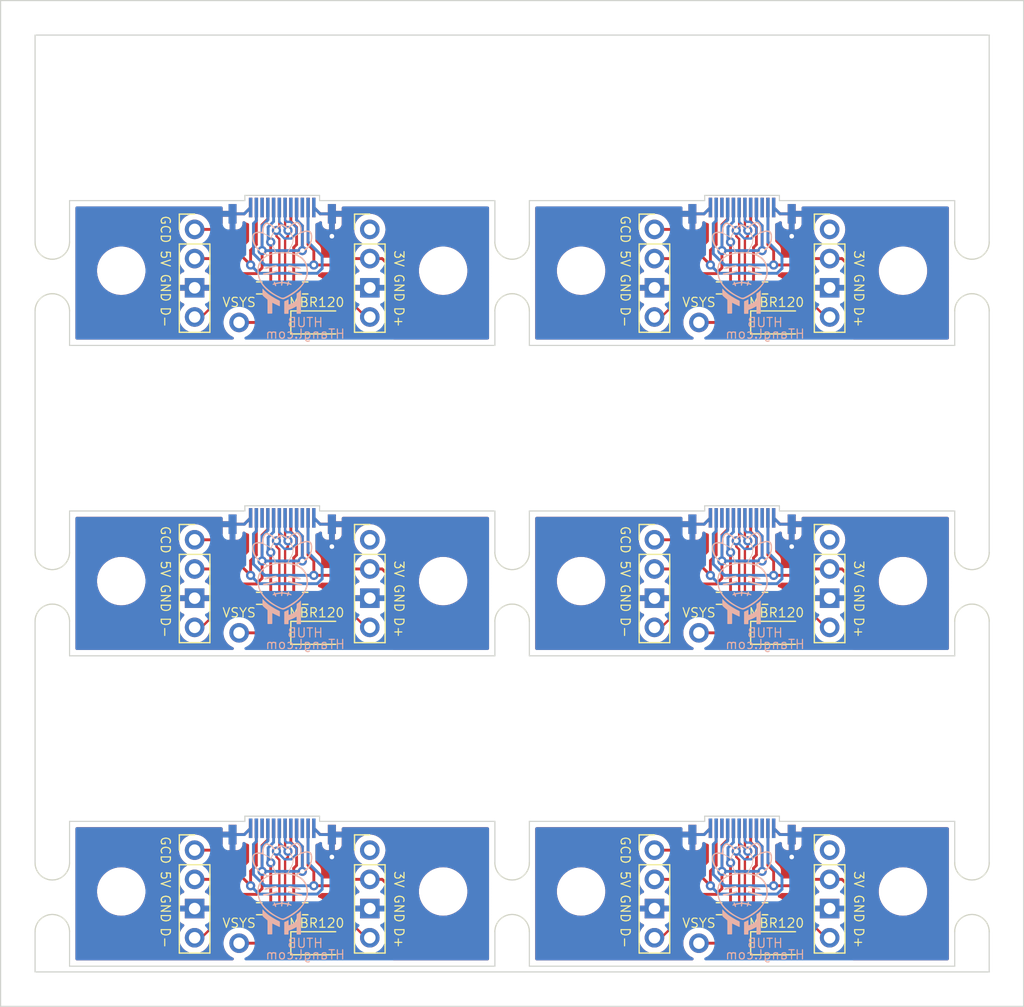
<source format=kicad_pcb>
(kicad_pcb (version 20211014) (generator pcbnew)
  (layers (0 "F.Cu" signal) (31 "B.Cu" signal) (34 "B.Paste" user) (35 "F.Paste" user) (36 "B.SilkS" user "B.Silkscreen") (37 "F.SilkS" user "F.Silkscreen") (38 "B.Mask" user) (39 "F.Mask" user) (44 "Edge.Cuts" user))
  (net 0 "")
  (net 1 "Net-(R1-Pad1)")
  (net 2 "GND")
  (net 3 "Net-(R2-Pad1)")
  (net 4 "+3V3")
  (net 6 "+5V")
  (net 7 "D+")
  (net 8 "D-")
  (net 11 "GCD")
  (net 15 "VSYS")
  (footprint "Diode_SMD:D_SOD-123" (layer "F.Cu") (at 83 50)
    (fp_text reference "D1" hide)
    (fp_text value "MBR120" hide)
  )
  (footprint "HTangl:Xunpu C2856665 USBC Straddle Mount" (layer "F.Cu") (at 40 40)
    (fp_text reference "U1" hide)
    (fp_text value "USB_C_Receptacle" hide)
  )
  (footprint "Connector_PinHeader_2.54mm:PinHeader_1x01_P2.54mm_Vertical" (layer "F.Cu") (at 76.25 104)
    (fp_text reference "VSYS")
    (fp_text value "PinHeader_1x01_P2.54mm_Vertical" hide)
  )
  (footprint "Connector_PinHeader_2.54mm:PinHeader_1x04_P2.54mm_Vertical" (layer "F.Cu") (at 32.38 95.905)
    (fp_text reference "REF**" hide)
    (fp_text value "PinHeader_1x04_P2.54mm_Vertical" hide)
  )
  (footprint "Connector_PinHeader_2.54mm:PinHeader_1x04_P2.54mm_Vertical" (layer "F.Cu") (at 47.62 95.905)
    (fp_text reference "REF**" hide)
    (fp_text value "PinHeader_1x04_P2.54mm_Vertical" hide)
  )
  (footprint "Panelization:mouse-bite-3mm-slot" (layer "F.Cu") (at 20 46 90)
    (fp_text reference "mouse-bite-3mm-slot" hide)
    (fp_text value "VAL**" hide)
  )
  (footprint "Connector_PinHeader_2.54mm:PinHeader_1x04_P2.54mm_Vertical" (layer "F.Cu") (at 32.38 68.905)
    (fp_text reference "REF**" hide)
    (fp_text value "PinHeader_1x04_P2.54mm_Vertical" hide)
  )
  (footprint "Connector_PinHeader_2.54mm:PinHeader_1x01_P2.54mm_Vertical" (layer "F.Cu") (at 36.25 77)
    (fp_text reference "VSYS")
    (fp_text value "PinHeader_1x01_P2.54mm_Vertical" hide)
  )
  (footprint "MountingHole:MountingHole_3.2mm_M3" (layer "F.Cu") (at 26 45.5)
    (fp_text reference "REF**" hide)
    (fp_text value "MountingHole_3.2mm_M3" hide)
  )
  (footprint "MountingHole:MountingHole_3.2mm_M3" (layer "F.Cu") (at 54 72.5)
    (fp_text reference "REF**" hide)
    (fp_text value "MountingHole_3.2mm_M3" hide)
  )
  (footprint "Resistor_SMD:R_0603_1608Metric" (layer "F.Cu") (at 42 101)
    (fp_text reference "R2" hide)
    (fp_text value "5.1k")
  )
  (footprint "Panelization:mouse-bite-3mm-slot" (layer "F.Cu") (at 20 100 90)
    (fp_text reference "mouse-bite-3mm-slot" hide)
    (fp_text value "VAL**" hide)
  )
  (footprint "HTangl:Xunpu C2856665 USBC Straddle Mount" (layer "F.Cu") (at 80 40)
    (fp_text reference "U1" hide)
    (fp_text value "USB_C_Receptacle" hide)
  )
  (footprint "Resistor_SMD:R_0603_1608Metric" (layer "F.Cu") (at 78 101 180)
    (fp_text reference "R1" hide)
    (fp_text value "5.1k")
  )
  (footprint "Diode_SMD:D_SOD-123" (layer "F.Cu") (at 43 50)
    (fp_text reference "D1" hide)
    (fp_text value "MBR120" hide)
  )
  (footprint "Connector_PinHeader_2.54mm:PinHeader_1x04_P2.54mm_Vertical" (layer "F.Cu") (at 87.62 68.905)
    (fp_text reference "REF**" hide)
    (fp_text value "PinHeader_1x04_P2.54mm_Vertical" hide)
  )
  (footprint "Resistor_SMD:R_0603_1608Metric" (layer "F.Cu") (at 82 101)
    (fp_text reference "R2" hide)
    (fp_text value "5.1k")
  )
  (footprint "Connector_PinHeader_2.54mm:PinHeader_1x01_P2.54mm_Vertical" (layer "F.Cu") (at 76.25 50)
    (fp_text reference "VSYS")
    (fp_text value "PinHeader_1x01_P2.54mm_Vertical" hide)
  )
  (footprint "Connector_PinHeader_2.54mm:PinHeader_1x04_P2.54mm_Vertical" (layer "F.Cu") (at 72.38 68.905)
    (fp_text reference "REF**" hide)
    (fp_text value "PinHeader_1x04_P2.54mm_Vertical" hide)
  )
  (footprint "Connector_PinHeader_2.54mm:PinHeader_1x01_P2.54mm_Vertical" (layer "F.Cu") (at 36.25 104)
    (fp_text reference "VSYS")
    (fp_text value "PinHeader_1x01_P2.54mm_Vertical" hide)
  )
  (footprint "HTangl:Xunpu C2856665 USBC Straddle Mount" (layer "F.Cu") (at 80 67)
    (fp_text reference "U1" hide)
    (fp_text value "USB_C_Receptacle" hide)
  )
  (footprint "Panelization:mouse-bite-3mm-slot" (layer "F.Cu") (at 100 73 90)
    (fp_text reference "mouse-bite-3mm-slot" hide)
    (fp_text value "VAL**" hide)
  )
  (footprint "MountingHole:MountingHole_3.2mm_M3" (layer "F.Cu") (at 94 45.5)
    (fp_text reference "REF**" hide)
    (fp_text value "MountingHole_3.2mm_M3" hide)
  )
  (footprint "HTangl:Xunpu C2856665 USBC Straddle Mount" (layer "F.Cu") (at 40 67)
    (fp_text reference "U1" hide)
    (fp_text value "USB_C_Receptacle" hide)
  )
  (footprint "MountingHole:MountingHole_3.2mm_M3" (layer "F.Cu") (at 26 72.5)
    (fp_text reference "REF**" hide)
    (fp_text value "MountingHole_3.2mm_M3" hide)
  )
  (footprint "MountingHole:MountingHole_3.2mm_M3" (layer "F.Cu") (at 54 99.5)
    (fp_text reference "REF**" hide)
    (fp_text value "MountingHole_3.2mm_M3" hide)
  )
  (footprint "MountingHole:MountingHole_3.2mm_M3" (layer "F.Cu") (at 66 72.5)
    (fp_text reference "REF**" hide)
    (fp_text value "MountingHole_3.2mm_M3" hide)
  )
  (footprint "Diode_SMD:D_SOD-123" (layer "F.Cu") (at 43 77)
    (fp_text reference "D1" hide)
    (fp_text value "MBR120" hide)
  )
  (footprint "Resistor_SMD:R_0603_1608Metric" (layer "F.Cu") (at 42 74)
    (fp_text reference "R2" hide)
    (fp_text value "5.1k")
  )
  (footprint "MountingHole:MountingHole_3.2mm_M3" (layer "F.Cu") (at 54 45.5)
    (fp_text reference "REF**" hide)
    (fp_text value "MountingHole_3.2mm_M3" hide)
  )
  (footprint "Connector_PinHeader_2.54mm:PinHeader_1x01_P2.54mm_Vertical" (layer "F.Cu") (at 76.25 77)
    (fp_text reference "VSYS")
    (fp_text value "PinHeader_1x01_P2.54mm_Vertical" hide)
  )
  (footprint "Connector_PinHeader_2.54mm:PinHeader_1x04_P2.54mm_Vertical" (layer "F.Cu") (at 32.38 41.905)
    (fp_text reference "REF**" hide)
    (fp_text value "PinHeader_1x04_P2.54mm_Vertical" hide)
  )
  (footprint "Panelization:mouse-bite-3mm-slot" (layer "F.Cu") (at 100 46 90)
    (fp_text reference "mouse-bite-3mm-slot" hide)
    (fp_text value "VAL**" hide)
  )
  (footprint "Connector_PinHeader_2.54mm:PinHeader_1x01_P2.54mm_Vertical" (layer "F.Cu") (at 36.25 50)
    (fp_text reference "VSYS")
    (fp_text value "PinHeader_1x01_P2.54mm_Vertical" hide)
  )
  (footprint "Diode_SMD:D_SOD-123" (layer "F.Cu") (at 83 77)
    (fp_text reference "D1" hide)
    (fp_text value "MBR120" hide)
  )
  (footprint "Diode_SMD:D_SOD-123" (layer "F.Cu") (at 43 104)
    (fp_text reference "D1" hide)
    (fp_text value "MBR120" hide)
  )
  (footprint "Connector_PinHeader_2.54mm:PinHeader_1x04_P2.54mm_Vertical" (layer "F.Cu") (at 72.38 95.905)
    (fp_text reference "REF**" hide)
    (fp_text value "PinHeader_1x04_P2.54mm_Vertical" hide)
  )
  (footprint "Panelization:mouse-bite-3mm-slot" (layer "F.Cu") (at 60 46 90)
    (fp_text reference "mouse-bite-3mm-slot" hide)
    (fp_text value "VAL**" hide)
  )
  (footprint "Resistor_SMD:R_0603_1608Metric" (layer "F.Cu") (at 78 74 180)
    (fp_text reference "R1" hide)
    (fp_text value "5.1k")
  )
  (footprint "MountingHole:MountingHole_3.2mm_M3" (layer "F.Cu") (at 66 45.5)
    (fp_text reference "REF**" hide)
    (fp_text value "MountingHole_3.2mm_M3" hide)
  )
  (footprint "Resistor_SMD:R_0603_1608Metric" (layer "F.Cu") (at 42 47)
    (fp_text reference "R2" hide)
    (fp_text value "5.1k")
  )
  (footprint "MountingHole:MountingHole_3.2mm_M3" (layer "F.Cu") (at 66 99.5)
    (fp_text reference "REF**" hide)
    (fp_text value "MountingHole_3.2mm_M3" hide)
  )
  (footprint "Panelization:mouse-bite-3mm-slot" (layer "F.Cu") (at 100 100 90)
    (fp_text reference "mouse-bite-3mm-slot" hide)
    (fp_text value "VAL**" hide)
  )
  (footprint "Connector_PinHeader_2.54mm:PinHeader_1x04_P2.54mm_Vertical" (layer "F.Cu") (at 87.62 41.905)
    (fp_text reference "REF**" hide)
    (fp_text value "PinHeader_1x04_P2.54mm_Vertical" hide)
  )
  (footprint "MountingHole:MountingHole_3.2mm_M3" (layer "F.Cu") (at 94 72.5)
    (fp_text reference "REF**" hide)
    (fp_text value "MountingHole_3.2mm_M3" hide)
  )
  (footprint "Resistor_SMD:R_0603_1608Metric" (layer "F.Cu") (at 38 101 180)
    (fp_text reference "R1" hide)
    (fp_text value "5.1k")
  )
  (footprint "Connector_PinHeader_2.54mm:PinHeader_1x04_P2.54mm_Vertical" (layer "F.Cu") (at 87.62 95.905)
    (fp_text reference "REF**" hide)
    (fp_text value "PinHeader_1x04_P2.54mm_Vertical" hide)
  )
  (footprint "Resistor_SMD:R_0603_1608Metric" (layer "F.Cu") (at 78 47 180)
    (fp_text reference "R1" hide)
    (fp_text value "5.1k")
  )
  (footprint "MountingHole:MountingHole_3.2mm_M3" (layer "F.Cu") (at 94 99.5)
    (fp_text reference "REF**" hide)
    (fp_text value "MountingHole_3.2mm_M3" hide)
  )
  (footprint "Resistor_SMD:R_0603_1608Metric" (layer "F.Cu") (at 38 74 180)
    (fp_text reference "R1" hide)
    (fp_text value "5.1k")
  )
  (footprint "Panelization:mouse-bite-3mm-slot" (layer "F.Cu") (at 60 73 90)
    (fp_text reference "mouse-bite-3mm-slot" hide)
    (fp_text value "VAL**" hide)
  )
  (footprint "HTangl:Xunpu C2856665 USBC Straddle Mount" (layer "F.Cu") (at 40 94)
    (fp_text reference "U1" hide)
    (fp_text value "USB_C_Receptacle" hide)
  )
  (footprint "Resistor_SMD:R_0603_1608Metric" (layer "F.Cu") (at 82 47)
    (fp_text reference "R2" hide)
    (fp_text value "5.1k")
  )
  (footprint "MountingHole:MountingHole_3.2mm_M3" (layer "F.Cu") (at 26 99.5)
    (fp_text reference "REF**" hide)
    (fp_text value "MountingHole_3.2mm_M3" hide)
  )
  (footprint "Connector_PinHeader_2.54mm:PinHeader_1x04_P2.54mm_Vertical" (layer "F.Cu") (at 72.38 41.905)
    (fp_text reference "REF**" hide)
    (fp_text value "PinHeader_1x04_P2.54mm_Vertical" hide)
  )
  (footprint "Resistor_SMD:R_0603_1608Metric" (layer "F.Cu") (at 38 47 180)
    (fp_text reference "R1" hide)
    (fp_text value "5.1k")
  )
  (footprint "Connector_PinHeader_2.54mm:PinHeader_1x04_P2.54mm_Vertical" (layer "F.Cu") (at 47.62 41.905)
    (fp_text reference "REF**" hide)
    (fp_text value "PinHeader_1x04_P2.54mm_Vertical" hide)
  )
  (footprint "Panelization:mouse-bite-3mm-slot" (layer "F.Cu") (at 20 73 90)
    (fp_text reference "mouse-bite-3mm-slot" hide)
    (fp_text value "VAL**" hide)
  )
  (footprint "Resistor_SMD:R_0603_1608Metric" (layer "F.Cu") (at 82 74)
    (fp_text reference "R2" hide)
    (fp_text value "5.1k")
  )
  (footprint "Diode_SMD:D_SOD-123" (layer "F.Cu") (at 83 104)
    (fp_text reference "D1" hide)
    (fp_text value "MBR120" hide)
  )
  (footprint "Connector_PinHeader_2.54mm:PinHeader_1x04_P2.54mm_Vertical" (layer "F.Cu") (at 47.62 68.905)
    (fp_text reference "REF**" hide)
    (fp_text value "PinHeader_1x04_P2.54mm_Vertical" hide)
  )
  (footprint "HTangl:Xunpu C2856665 USBC Straddle Mount" (layer "F.Cu") (at 80 94)
    (fp_text reference "U1" hide)
    (fp_text value "USB_C_Receptacle" hide)
  )
  (footprint "Panelization:mouse-bite-3mm-slot" (layer "F.Cu") (at 60 100 90)
    (fp_text reference "mouse-bite-3mm-slot" hide)
    (fp_text value "VAL**" hide)
  )
  (footprint "htangl:HTurnip_Tiny" (layer "B.Cu") (at 80 45.25 180)
    (fp_text reference "G***" hide)
    (fp_text value "LOGO" hide)
  )
  (footprint "htangl:HTurnip_Tiny" (layer "B.Cu") (at 40 72.25 180)
    (fp_text reference "G***" hide)
    (fp_text value "LOGO" hide)
  )
  (footprint "htangl:HTurnip_Tiny" (layer "B.Cu") (at 40 45.25 180)
    (fp_text reference "G***" hide)
    (fp_text value "LOGO" hide)
  )
  (footprint "htangl:HTurnip_Tiny" (layer "B.Cu") (at 80 72.25 180)
    (fp_text reference "G***" hide)
    (fp_text value "LOGO" hide)
  )
  (footprint "htangl:HTurnip_Tiny" (layer "B.Cu") (at 80 99.25 180)
    (fp_text reference "G***" hide)
    (fp_text value "LOGO" hide)
  )
  (footprint "htangl:HTurnip_Tiny" (layer "B.Cu") (at 40 99.25 180)
    (fp_text reference "G***" hide)
    (fp_text value "LOGO" hide)
  )
  (gr_line (start 21.5 79) (end 58.5 79) (layer "Edge.Cuts") (width 0.1))
  (gr_line (start 21.5 106) (end 58.5 106) (layer "Edge.Cuts") (width 0.1))
  (gr_line (start 98.5 103) (end 98.5 106) (layer "Edge.Cuts") (width 0.1))
  (gr_line (start 76.75 38.95) (end 83.25 38.95) (layer "Edge.Cuts") (width 0.1))
  (gr_line (start 36.75 39.4) (end 21.5 39.4) (layer "Edge.Cuts") (width 0.1))
  (gr_line (start 21.5 52) (end 58.5 52) (layer "Edge.Cuts") (width 0.1))
  (gr_arc (start 61.5 97) (mid 60 98.5) (end 58.5 97) (layer "Edge.Cuts") (width 0.1))
  (gr_arc (start 61.5 43) (mid 60 44.5) (end 58.5 43) (layer "Edge.Cuts") (width 0.1))
  (gr_line (start 58.5 70) (end 58.5 66.4) (layer "Edge.Cuts") (width 0.1))
  (gr_line (start 43.25 65.95) (end 43.25 66.4) (layer "Edge.Cuts") (width 0.1))
  (gr_line (start 76.75 92.95) (end 83.25 92.95) (layer "Edge.Cuts") (width 0.1))
  (gr_arc (start 18.5 76) (mid 20 74.5) (end 21.5 76) (layer "Edge.Cuts") (width 0.1))
  (gr_line (start 61.5 70) (end 61.5 66.4) (layer "Edge.Cuts") (width 0.1))
  (gr_line (start 83.25 92.95) (end 83.25 93.4) (layer "Edge.Cuts") (width 0.1))
  (gr_line (start 104.5 109.5) (end 104.5 22) (layer "Edge.Cuts") (width 0.1))
  (gr_line (start 101.5 106.5) (end 18.5 106.5) (layer "Edge.Cuts") (width 0.1))
  (gr_line (start 101.5 76) (end 101.5 97) (layer "Edge.Cuts") (width 0.1))
  (gr_line (start 36.75 92.95) (end 43.25 92.95) (layer "Edge.Cuts") (width 0.1))
  (gr_line (start 15.5 109.5) (end 104.5 109.5) (layer "Edge.Cuts") (width 0.1))
  (gr_line (start 36.75 38.95) (end 43.25 38.95) (layer "Edge.Cuts") (width 0.1))
  (gr_line (start 83.25 65.95) (end 83.25 66.4) (layer "Edge.Cuts") (width 0.1))
  (gr_line (start 98.5 70) (end 98.5 66.4) (layer "Edge.Cuts") (width 0.1))
  (gr_line (start 21.5 103) (end 21.5 106) (layer "Edge.Cuts") (width 0.1))
  (gr_line (start 43.25 66.4) (end 58.5 66.4) (layer "Edge.Cuts") (width 0.1))
  (gr_arc (start 18.5 103) (mid 20 101.5) (end 21.5 103) (layer "Edge.Cuts") (width 0.1))
  (gr_line (start 76.75 92.95) (end 76.75 93.4) (layer "Edge.Cuts") (width 0.1))
  (gr_line (start 43.25 92.95) (end 43.25 93.4) (layer "Edge.Cuts") (width 0.1))
  (gr_arc (start 101.5 70) (mid 100 71.5) (end 98.5 70) (layer "Edge.Cuts") (width 0.1))
  (gr_line (start 21.5 70) (end 21.5 66.4) (layer "Edge.Cuts") (width 0.1))
  (gr_line (start 61.5 97) (end 61.5 93.4) (layer "Edge.Cuts") (width 0.1))
  (gr_arc (start 98.5 49) (mid 100 47.5) (end 101.5 49) (layer "Edge.Cuts") (width 0.1))
  (gr_line (start 98.5 97) (end 98.5 93.4) (layer "Edge.Cuts") (width 0.1))
  (gr_line (start 98.5 43) (end 98.5 39.4) (layer "Edge.Cuts") (width 0.1))
  (gr_line (start 21.5 43) (end 21.5 39.4) (layer "Edge.Cuts") (width 0.1))
  (gr_line (start 21.5 49) (end 21.5 52) (layer "Edge.Cuts") (width 0.1))
  (gr_line (start 98.5 76) (end 98.5 79) (layer "Edge.Cuts") (width 0.1))
  (gr_arc (start 18.5 49) (mid 20 47.5) (end 21.5 49) (layer "Edge.Cuts") (width 0.1))
  (gr_arc (start 61.5 70) (mid 60 71.5) (end 58.5 70) (layer "Edge.Cuts") (width 0.1))
  (gr_line (start 76.75 38.95) (end 76.75 39.4) (layer "Edge.Cuts") (width 0.1))
  (gr_line (start 83.25 39.4) (end 98.5 39.4) (layer "Edge.Cuts") (width 0.1))
  (gr_line (start 43.25 39.4) (end 58.5 39.4) (layer "Edge.Cuts") (width 0.1))
  (gr_line (start 43.25 93.4) (end 58.5 93.4) (layer "Edge.Cuts") (width 0.1))
  (gr_line (start 61.5 79) (end 98.5 79) (layer "Edge.Cuts") (width 0.1))
  (gr_line (start 76.75 93.4) (end 61.5 93.4) (layer "Edge.Cuts") (width 0.1))
  (gr_line (start 101.5 25) (end 101.5 43) (layer "Edge.Cuts") (width 0.1))
  (gr_line (start 43.25 38.95) (end 43.25 39.4) (layer "Edge.Cuts") (width 0.1))
  (gr_line (start 101.5 103) (end 101.5 106.5) (layer "Edge.Cuts") (width 0.1))
  (gr_line (start 76.75 66.4) (end 61.5 66.4) (layer "Edge.Cuts") (width 0.1))
  (gr_arc (start 98.5 103) (mid 100 101.5) (end 101.5 103) (layer "Edge.Cuts") (width 0.1))
  (gr_line (start 83.25 93.4) (end 98.5 93.4) (layer "Edge.Cuts") (width 0.1))
  (gr_line (start 76.75 65.95) (end 76.75 66.4) (layer "Edge.Cuts") (width 0.1))
  (gr_line (start 61.5 106) (end 98.5 106) (layer "Edge.Cuts") (width 0.1))
  (gr_arc (start 98.5 76) (mid 100 74.5) (end 101.5 76) (layer "Edge.Cuts") (width 0.1))
  (gr_line (start 18.5 25) (end 101.5 25) (layer "Edge.Cuts") (width 0.1))
  (gr_arc (start 101.5 97) (mid 100 98.5) (end 98.5 97) (layer "Edge.Cuts") (width 0.1))
  (gr_line (start 36.75 92.95) (end 36.75 93.4) (layer "Edge.Cuts") (width 0.1))
  (gr_arc (start 58.5 103) (mid 60 101.5) (end 61.5 103) (layer "Edge.Cuts") (width 0.1))
  (gr_line (start 83.25 66.4) (end 98.5 66.4) (layer "Edge.Cuts") (width 0.1))
  (gr_line (start 58.5 103) (end 58.5 106) (layer "Edge.Cuts") (width 0.1))
  (gr_line (start 36.75 65.95) (end 36.75 66.4) (layer "Edge.Cuts") (width 0.1))
  (gr_line (start 18.5 76) (end 18.5 97) (layer "Edge.Cuts") (width 0.1))
  (gr_line (start 36.75 66.4) (end 21.5 66.4) (layer "Edge.Cuts") (width 0.1))
  (gr_line (start 15.5 109.5) (end 15.5 22) (layer "Edge.Cuts") (width 0.1))
  (gr_line (start 58.5 43) (end 58.5 39.4) (layer "Edge.Cuts") (width 0.1))
  (gr_arc (start 21.5 70) (mid 20 71.5) (end 18.5 70) (layer "Edge.Cuts") (width 0.1))
  (gr_line (start 61.5 52) (end 98.5 52) (layer "Edge.Cuts") (width 0.1))
  (gr_arc (start 58.5 76) (mid 60 74.5) (end 61.5 76) (layer "Edge.Cuts") (width 0.1))
  (gr_line (start 61.5 76) (end 61.5 79) (layer "Edge.Cuts") (width 0.1))
  (gr_line (start 98.5 49) (end 98.5 52) (layer "Edge.Cuts") (width 0.1))
  (gr_line (start 18.5 49) (end 18.5 70) (layer "Edge.Cuts") (width 0.1))
  (gr_line (start 101.5 49) (end 101.5 70) (layer "Edge.Cuts") (width 0.1))
  (gr_line (start 36.75 38.95) (end 36.75 39.4) (layer "Edge.Cuts") (width 0.1))
  (gr_line (start 36.75 93.4) (end 21.5 93.4) (layer "Edge.Cuts") (width 0.1))
  (gr_line (start 76.75 65.95) (end 83.25 65.95) (layer "Edge.Cuts") (width 0.1))
  (gr_line (start 15.5 22) (end 104.5 22) (layer "Edge.Cuts") (width 0.1))
  (gr_line (start 61.5 49) (end 61.5 52) (layer "Edge.Cuts") (width 0.1))
  (gr_line (start 36.75 65.95) (end 43.25 65.95) (layer "Edge.Cuts") (width 0.1))
  (gr_line (start 83.25 38.95) (end 83.25 39.4) (layer "Edge.Cuts") (width 0.1))
  (gr_arc (start 21.5 97) (mid 20 98.5) (end 18.5 97) (layer "Edge.Cuts") (width 0.1))
  (gr_line (start 18.5 106.5) (end 18.5 103) (layer "Edge.Cuts") (width 0.1))
  (gr_line (start 58.5 76) (end 58.5 79) (layer "Edge.Cuts") (width 0.1))
  (gr_line (start 58.5 97) (end 58.5 93.4) (layer "Edge.Cuts") (width 0.1))
  (gr_arc (start 58.5 49) (mid 60 47.5) (end 61.5 49) (layer "Edge.Cuts") (width 0.1))
  (gr_line (start 58.5 49) (end 58.5 52) (layer "Edge.Cuts") (width 0.1))
  (gr_line (start 21.5 76) (end 21.5 79) (layer "Edge.Cuts") (width 0.1))
  (gr_line (start 76.75 39.4) (end 61.5 39.4) (layer "Edge.Cuts") (width 0.1))
  (gr_line (start 21.5 97) (end 21.5 93.4) (layer "Edge.Cuts") (width 0.1))
  (gr_line (start 61.5 103) (end 61.5 106) (layer "Edge.Cuts") (width 0.1))
  (gr_line (start 18.5 43) (end 18.5 25) (layer "Edge.Cuts") (width 0.1))
  (gr_line (start 61.5 43) (end 61.5 39.4) (layer "Edge.Cuts") (width 0.1))
  (gr_arc (start 101.5 43) (mid 100 44.5) (end 98.5 43) (layer "Edge.Cuts") (width 0.1))
  (gr_arc (start 21.5 43) (mid 20 44.5) (end 18.5 43) (layer "Edge.Cuts") (width 0.1))
  (gr_text "HTangl.com" (at 42 78) (layer "B.SilkS") (effects (font (size 0.8 0.8) (thickness 0.1)) (justify mirror)))
  (gr_text "HTangl.com" (at 82 105) (layer "B.SilkS") (effects (font (size 0.8 0.8) (thickness 0.1)) (justify mirror)))
  (gr_text "HTangl.com" (at 82 78) (layer "B.SilkS") (effects (font (size 0.8 0.8) (thickness 0.1)) (justify mirror)))
  (gr_text "HTUB" (at 82 104) (layer "B.SilkS") (effects (font (size 0.8 0.8) (thickness 0.1)) (justify mirror)))
  (gr_text "HTUB" (at 42 104) (layer "B.SilkS") (effects (font (size 0.8 0.8) (thickness 0.1)) (justify mirror)))
  (gr_text "HTUB" (at 42 77) (layer "B.SilkS") (effects (font (size 0.8 0.8) (thickness 0.1)) (justify mirror)))
  (gr_text "HTangl.com" (at 82 51) (layer "B.SilkS") (effects (font (size 0.8 0.8) (thickness 0.1)) (justify mirror)))
  (gr_text "HTUB" (at 82 50) (layer "B.SilkS") (effects (font (size 0.8 0.8) (thickness 0.1)) (justify mirror)))
  (gr_text "HTUB" (at 42 50) (layer "B.SilkS") (effects (font (size 0.8 0.8) (thickness 0.1)) (justify mirror)))
  (gr_text "HTUB" (at 82 77) (layer "B.SilkS") (effects (font (size 0.8 0.8) (thickness 0.1)) (justify mirror)))
  (gr_text "HTangl.com" (at 42 51) (layer "B.SilkS") (effects (font (size 0.8 0.8) (thickness 0.1)) (justify mirror)))
  (gr_text "HTangl.com" (at 42 105) (layer "B.SilkS") (effects (font (size 0.8 0.8) (thickness 0.1)) (justify mirror)))
  (gr_text "GND" (at 50.16 100.985 270) (layer "F.SilkS") (effects (font (size 0.8 0.8) (thickness 0.1))))
  (gr_text "GCD" (at 29.84 95.905 270) (layer "F.SilkS") (effects (font (size 0.8 0.8) (thickness 0.1))))
  (gr_text "GND" (at 69.84 46.985 270) (layer "F.SilkS") (effects (font (size 0.8 0.8) (thickness 0.1))))
  (gr_text "GND" (at 69.84 100.985 270) (layer "F.SilkS") (effects (font (size 0.8 0.8) (thickness 0.1))))
  (gr_text "5V" (at 69.84 44.445 270) (layer "F.SilkS") (effects (font (size 0.8 0.8) (thickness 0.1))))
  (gr_text "3V" (at 50.16 71.445 270) (layer "F.SilkS") (effects (font (size 0.8 0.8) (thickness 0.1))))
  (gr_text "GCD" (at 29.84 41.905 270) (layer "F.SilkS") (effects (font (size 0.8 0.8) (thickness 0.1))))
  (gr_text "GND" (at 29.84 73.985 270) (layer "F.SilkS") (effects (font (size 0.8 0.8) (thickness 0.1))))
  (gr_text "3V" (at 90.16 98.445 270) (layer "F.SilkS") (effects (font (size 0.8 0.8) (thickness 0.1))))
  (gr_text "3V" (at 90.16 71.445 270) (layer "F.SilkS") (effects (font (size 0.8 0.8) (thickness 0.1))))
  (gr_text "GND" (at 29.84 100.985 270) (layer "F.SilkS") (effects (font (size 0.8 0.8) (thickness 0.1))))
  (gr_text "D-" (at 29.84 49.525 270) (layer "F.SilkS") (effects (font (size 0.8 0.8) (thickness 0.1))))
  (gr_text "3V" (at 50.16 98.445 270) (layer "F.SilkS") (effects (font (size 0.8 0.8) (thickness 0.1))))
  (gr_text "GCD" (at 29.84 68.905 270) (layer "F.SilkS") (effects (font (size 0.8 0.8) (thickness 0.1))))
  (gr_text "5V" (at 69.84 71.445 270) (layer "F.SilkS") (effects (font (size 0.8 0.8) (thickness 0.1))))
  (gr_text "GCD" (at 69.84 68.905 270) (layer "F.SilkS") (effects (font (size 0.8 0.8) (thickness 0.1))))
  (gr_text "D+\n" (at 90.16 49.525 270) (layer "F.SilkS") (effects (font (size 0.8 0.8) (thickness 0.1))))
  (gr_text "GND" (at 90.16 46.985 270) (layer "F.SilkS") (effects (font (size 0.8 0.8) (thickness 0.1))))
  (gr_text "5V" (at 69.84 98.445 270) (layer "F.SilkS") (effects (font (size 0.8 0.8) (thickness 0.1))))
  (gr_text "5V" (at 29.84 71.445 270) (layer "F.SilkS") (effects (font (size 0.8 0.8) (thickness 0.1))))
  (gr_text "D+\n" (at 90.16 103.525 270) (layer "F.SilkS") (effects (font (size 0.8 0.8) (thickness 0.1))))
  (gr_text "GND" (at 50.16 46.985 270) (layer "F.SilkS") (effects (font (size 0.8 0.8) (thickness 0.1))))
  (gr_text "D+\n" (at 90.16 76.525 270) (layer "F.SilkS") (effects (font (size 0.8 0.8) (thickness 0.1))))
  (gr_text "D+\n" (at 50.16 49.525 270) (layer "F.SilkS") (effects (font (size 0.8 0.8) (thickness 0.1))))
  (gr_text "3V" (at 90.16 44.445 270) (layer "F.SilkS") (effects (font (size 0.8 0.8) (thickness 0.1))))
  (gr_text "GND" (at 90.16 73.985 270) (layer "F.SilkS") (effects (font (size 0.8 0.8) (thickness 0.1))))
  (gr_text "5V" (at 29.84 98.445 270) (layer "F.SilkS") (effects (font (size 0.8 0.8) (thickness 0.1))))
  (gr_text "3V" (at 50.16 44.445 270) (layer "F.SilkS") (effects (font (size 0.8 0.8) (thickness 0.1))))
  (gr_text "D+\n" (at 50.16 76.525 270) (layer "F.SilkS") (effects (font (size 0.8 0.8) (thickness 0.1))))
  (gr_text "5V" (at 29.84 44.445 270) (layer "F.SilkS") (effects (font (size 0.8 0.8) (thickness 0.1))))
  (gr_text "GCD" (at 69.84 41.905 270) (layer "F.SilkS") (effects (font (size 0.8 0.8) (thickness 0.1))))
  (gr_text "GND" (at 69.84 73.985 270) (layer "F.SilkS") (effects (font (size 0.8 0.8) (thickness 0.1))))
  (gr_text "GCD" (at 69.84 95.905 270) (layer "F.SilkS") (effects (font (size 0.8 0.8) (thickness 0.1))))
  (gr_text "D-" (at 29.84 76.525 270) (layer "F.SilkS") (effects (font (size 0.8 0.8) (thickness 0.1))))
  (gr_text "GND" (at 90.16 100.985 270) (layer "F.SilkS") (effects (font (size 0.8 0.8) (thickness 0.1))))
  (gr_text "GND" (at 29.84 46.985 270) (layer "F.SilkS") (effects (font (size 0.8 0.8) (thickness 0.1))))
  (gr_text "D+\n" (at 50.16 103.525 270) (layer "F.SilkS") (effects (font (size 0.8 0.8) (thickness 0.1))))
  (gr_text "GND" (at 50.16 73.985 270) (layer "F.SilkS") (effects (font (size 0.8 0.8) (thickness 0.1))))
  (gr_text "D-" (at 69.84 103.525 270) (layer "F.SilkS") (effects (font (size 0.8 0.8) (thickness 0.1))))
  (gr_text "D-" (at 69.84 76.525 270) (layer "F.SilkS") (effects (font (size 0.8 0.8) (thickness 0.1))))
  (gr_text "D-" (at 69.84 49.525 270) (layer "F.SilkS") (effects (font (size 0.8 0.8) (thickness 0.1))))
  (gr_text "D-" (at 29.84 103.525 270) (layer "F.SilkS") (effects (font (size 0.8 0.8) (thickness 0.1))))
  (segment (start 79 46.825) (end 78.825 47) (width 0.25) (layer "F.Cu") (net 1))
  (segment (start 39 73.825) (end 38.825 74) (width 0.25) (layer "F.Cu") (net 1))
  (segment (start 79 100.825) (end 78.825 101) (width 0.25) (layer "F.Cu") (net 1))
  (segment (start 39 70) (end 39 73.825) (width 0.25) (layer "F.Cu") (net 1))
  (segment (start 39 43) (end 39 46.825) (width 0.25) (layer "F.Cu") (net 1))
  (segment (start 79 73.825) (end 78.825 74) (width 0.25) (layer "F.Cu") (net 1))
  (segment (start 79 43) (end 79 46.825) (width 0.25) (layer "F.Cu") (net 1))
  (segment (start 39 100.825) (end 38.825 101) (width 0.25) (layer "F.Cu") (net 1))
  (segment (start 39 97) (end 39 100.825) (width 0.25) (layer "F.Cu") (net 1))
  (segment (start 79 70) (end 79 73.825) (width 0.25) (layer "F.Cu") (net 1))
  (segment (start 39 46.825) (end 38.825 47) (width 0.25) (layer "F.Cu") (net 1))
  (segment (start 79 97) (end 79 100.825) (width 0.25) (layer "F.Cu") (net 1))
  (via (at 39 43) (size 0.8) (drill 0.4) (layers "F.Cu" "B.Cu") (net 1))
  (via (at 79 70) (size 0.8) (drill 0.4) (layers "F.Cu" "B.Cu") (net 1))
  (via (at 79 43) (size 0.8) (drill 0.4) (layers "F.Cu" "B.Cu") (net 1))
  (via (at 79 97) (size 0.8) (drill 0.4) (layers "F.Cu" "B.Cu") (net 1))
  (via (at 39 97) (size 0.8) (drill 0.4) (layers "F.Cu" "B.Cu") (net 1))
  (via (at 39 70) (size 0.8) (drill 0.4) (layers "F.Cu" "B.Cu") (net 1))
  (segment (start 39.25 68.225386) (end 38.775489 68.699897) (width 0.25) (layer "B.Cu") (net 1))
  (segment (start 78.775489 68.699897) (end 78.775489 69.775489) (width 0.25) (layer "B.Cu") (net 1))
  (segment (start 79.25 40) (end 79.25 41.225386) (width 0.25) (layer "B.Cu") (net 1))
  (segment (start 39.25 40) (end 39.25 41.225386) (width 0.25) (layer "B.Cu") (net 1))
  (segment (start 38.775489 96.775489) (end 39 97) (width 0.25) (layer "B.Cu") (net 1))
  (segment (start 78.775489 42.775489) (end 79 43) (width 0.25) (layer "B.Cu") (net 1))
  (segment (start 78.775489 69.775489) (end 79 70) (width 0.25) (layer "B.Cu") (net 1))
  (segment (start 79.25 95.225386) (end 78.775489 95.699897) (width 0.25) (layer "B.Cu") (net 1))
  (segment (start 38.775489 41.699897) (end 38.775489 42.775489) (width 0.25) (layer "B.Cu") (net 1))
  (segment (start 39.25 95.225386) (end 38.775489 95.699897) (width 0.25) (layer "B.Cu") (net 1))
  (segment (start 39.25 94) (end 39.25 95.225386) (width 0.25) (layer "B.Cu") (net 1))
  (segment (start 79.25 68.225386) (end 78.775489 68.699897) (width 0.25) (layer "B.Cu") (net 1))
  (segment (start 78.775489 95.699897) (end 78.775489 96.775489) (width 0.25) (layer "B.Cu") (net 1))
  (segment (start 38.775489 68.699897) (end 38.775489 69.775489) (width 0.25) (layer "B.Cu") (net 1))
  (segment (start 79.25 67) (end 79.25 68.225386) (width 0.25) (layer "B.Cu") (net 1))
  (segment (start 39.25 67) (end 39.25 68.225386) (width 0.25) (layer "B.Cu") (net 1))
  (segment (start 38.775489 69.775489) (end 39 70) (width 0.25) (layer "B.Cu") (net 1))
  (segment (start 79.25 41.225386) (end 78.775489 41.699897) (width 0.25) (layer "B.Cu") (net 1))
  (segment (start 38.775489 42.775489) (end 39 43) (width 0.25) (layer "B.Cu") (net 1))
  (segment (start 39.25 41.225386) (end 38.775489 41.699897) (width 0.25) (layer "B.Cu") (net 1))
  (segment (start 78.775489 41.699897) (end 78.775489 42.775489) (width 0.25) (layer "B.Cu") (net 1))
  (segment (start 78.775489 96.775489) (end 79 97) (width 0.25) (layer "B.Cu") (net 1))
  (segment (start 79.25 94) (end 79.25 95.225386) (width 0.25) (layer "B.Cu") (net 1))
  (segment (start 38.775489 95.699897) (end 38.775489 96.775489) (width 0.25) (layer "B.Cu") (net 1))
  (segment (start 42.75 67) (end 43.3 67.55) (width 0.25) (layer "F.Cu") (net 2))
  (segment (start 42.75 40) (end 43.3 40.55) (width 0.25) (layer "F.Cu") (net 2))
  (segment (start 77.25 40) (end 76.7 40.55) (width 0.25) (layer "F.Cu") (net 2))
  (segment (start 76.7 40.55) (end 75.68 40.55) (width 0.25) (layer "F.Cu") (net 2))
  (segment (start 77.25 94) (end 76.7 94.55) (width 0.25) (layer "F.Cu") (net 2))
  (segment (start 37.25 94) (end 36.7 94.55) (width 0.25) (layer "F.Cu") (net 2))
  (segment (start 77.25 67) (end 76.7 67.55) (width 0.25) (layer "F.Cu") (net 2))
  (segment (start 83.3 94.55) (end 84.32 94.55) (width 0.25) (layer "F.Cu") (net 2))
  (segment (start 36.7 67.55) (end 35.68 67.55) (width 0.25) (layer "F.Cu") (net 2))
  (segment (start 76.7 67.55) (end 75.68 67.55) (width 0.25) (layer "F.Cu") (net 2))
  (segment (start 43.3 40.55) (end 44.32 40.55) (width 0.25) (layer "F.Cu") (net 2))
  (segment (start 82.75 67) (end 83.3 67.55) (width 0.25) (layer "F.Cu") (net 2))
  (segment (start 37.25 67) (end 36.7 67.55) (width 0.25) (layer "F.Cu") (net 2))
  (segment (start 82.75 94) (end 83.3 94.55) (width 0.25) (layer "F.Cu") (net 2))
  (segment (start 37.25 40) (end 36.7 40.55) (width 0.25) (layer "F.Cu") (net 2))
  (segment (start 76.7 94.55) (end 75.68 94.55) (width 0.25) (layer "F.Cu") (net 2))
  (segment (start 42.75 94) (end 43.3 94.55) (width 0.25) (layer "F.Cu") (net 2))
  (segment (start 82.75 40) (end 83.3 40.55) (width 0.25) (layer "F.Cu") (net 2))
  (segment (start 43.3 67.55) (end 44.32 67.55) (width 0.25) (layer "F.Cu") (net 2))
  (segment (start 43.3 94.55) (end 44.32 94.55) (width 0.25) (layer "F.Cu") (net 2))
  (segment (start 36.7 94.55) (end 35.68 94.55) (width 0.25) (layer "F.Cu") (net 2))
  (segment (start 36.7 40.55) (end 35.68 40.55) (width 0.25) (layer "F.Cu") (net 2))
  (segment (start 83.3 40.55) (end 84.32 40.55) (width 0.25) (layer "F.Cu") (net 2))
  (segment (start 83.3 67.55) (end 84.32 67.55) (width 0.25) (layer "F.Cu") (net 2))
  (via (at 44.32 96.5) (size 0.8) (drill 0.4) (layers "F.Cu" "B.Cu") (net 2))
  (via (at 84.32 69.5) (size 0.8) (drill 0.4) (layers "F.Cu" "B.Cu") (net 2))
  (via (at 84.32 42.5) (size 0.8) (drill 0.4) (layers "F.Cu" "B.Cu") (net 2))
  (via (at 44.32 42.5) (size 0.8) (drill 0.4) (layers "F.Cu" "B.Cu") (net 2))
  (via (at 84.32 96.5) (size 0.8) (drill 0.4) (layers "F.Cu" "B.Cu") (net 2))
  (via (at 44.32 69.5) (size 0.8) (drill 0.4) (layers "F.Cu" "B.Cu") (net 2))
  (segment (start 43.3 67.55) (end 44.32 67.55) (width 0.25) (layer "B.Cu") (net 2))
  (segment (start 36.7 94.55) (end 35.68 94.55) (width 0.25) (layer "B.Cu") (net 2))
  (segment (start 82.75 40) (end 83.3 40.55) (width 0.25) (layer "B.Cu") (net 2))
  (segment (start 42.75 40) (end 43.3 40.55) (width 0.25) (layer "B.Cu") (net 2))
  (segment (start 37.25 94) (end 36.7 94.55) (width 0.25) (layer "B.Cu") (net 2))
  (segment (start 77.25 40) (end 76.7 40.55) (width 0.25) (layer "B.Cu") (net 2))
  (segment (start 43.3 40.55) (end 44.32 40.55) (width 0.25) (layer "B.Cu") (net 2))
  (segment (start 37.25 40) (end 36.7 40.55) (width 0.25) (layer "B.Cu") (net 2))
  (segment (start 37.25 67) (end 36.7 67.55) (width 0.25) (layer "B.Cu") (net 2))
  (segment (start 43.3 94.55) (end 44.32 94.55) (width 0.25) (layer "B.Cu") (net 2))
  (segment (start 82.75 67) (end 83.3 67.55) (width 0.25) (layer "B.Cu") (net 2))
  (segment (start 42.75 94) (end 43.3 94.55) (width 0.25) (layer "B.Cu") (net 2))
  (segment (start 83.3 94.55) (end 84.32 94.55) (width 0.25) (layer "B.Cu") (net 2))
  (segment (start 36.7 40.55) (end 35.68 40.55) (width 0.25) (layer "B.Cu") (net 2))
  (segment (start 82.75 94) (end 83.3 94.55) (width 0.25) (layer "B.Cu") (net 2))
  (segment (start 83.3 67.55) (end 84.32 67.55) (width 0.25) (layer "B.Cu") (net 2))
  (segment (start 76.7 40.55) (end 75.68 40.55) (width 0.25) (layer "B.Cu") (net 2))
  (segment (start 42.75 67) (end 43.3 67.55) (width 0.25) (layer "B.Cu") (net 2))
  (segment (start 83.3 40.55) (end 84.32 40.55) (width 0.25) (layer "B.Cu") (net 2))
  (segment (start 36.7 67.55) (end 35.68 67.55) (width 0.25) (layer "B.Cu") (net 2))
  (segment (start 77.25 94) (end 76.7 94.55) (width 0.25) (layer "B.Cu") (net 2))
  (segment (start 76.7 67.55) (end 75.68 67.55) (width 0.25) (layer "B.Cu") (net 2))
  (segment (start 77.25 67) (end 76.7 67.55) (width 0.25) (layer "B.Cu") (net 2))
  (segment (start 76.7 94.55) (end 75.68 94.55) (width 0.25) (layer "B.Cu") (net 2))
  (segment (start 40.75 41.225386) (end 41.25 41.725386) (width 0.25) (layer "F.Cu") (net 3))
  (segment (start 40.75 67) (end 40.75 68.225386) (width 0.25) (layer "F.Cu") (net 3))
  (segment (start 80.75 68.225386) (end 81.25 68.725386) (width 0.25) (layer "F.Cu") (net 3))
  (segment (start 41.25 97.225386) (end 41 97.475386) (width 0.25) (layer "F.Cu") (net 3))
  (segment (start 81 100.825) (end 81.175 101) (width 0.25) (layer "F.Cu") (net 3))
  (segment (start 41 70.475386) (end 41 73.825) (width 0.25) (layer "F.Cu") (net 3))
  (segment (start 81.25 95.725386) (end 81.25 97.225386) (width 0.25) (layer "F.Cu") (net 3))
  (segment (start 41.25 68.725386) (end 41.25 70.225386) (width 0.25) (layer "F.Cu") (net 3))
  (segment (start 41.25 70.225386) (end 41 70.475386) (width 0.25) (layer "F.Cu") (net 3))
  (segment (start 41.25 95.725386) (end 41.25 97.225386) (width 0.25) (layer "F.Cu") (net 3))
  (segment (start 81.25 97.225386) (end 81 97.475386) (width 0.25) (layer "F.Cu") (net 3))
  (segment (start 41 46.825) (end 41.175 47) (width 0.25) (layer "F.Cu") (net 3))
  (segment (start 81.25 43.225386) (end 81 43.475386) (width 0.25) (layer "F.Cu") (net 3))
  (segment (start 41 73.825) (end 41.175 74) (width 0.25) (layer "F.Cu") (net 3))
  (segment (start 40.75 40) (end 40.75 41.225386) (width 0.25) (layer "F.Cu") (net 3))
  (segment (start 81 43.475386) (end 81 46.825) (width 0.25) (layer "F.Cu") (net 3))
  (segment (start 40.75 95.225386) (end 41.25 95.725386) (width 0.25) (layer "F.Cu") (net 3))
  (segment (start 81 46.825) (end 81.175 47) (width 0.25) (layer "F.Cu") (net 3))
  (segment (start 81 73.825) (end 81.175 74) (width 0.25) (layer "F.Cu") (net 3))
  (segment (start 80.75 95.225386) (end 81.25 95.725386) (width 0.25) (layer "F.Cu") (net 3))
  (segment (start 81.25 41.725386) (end 81.25 43.225386) (width 0.25) (layer "F.Cu") (net 3))
  (segment (start 81 70.475386) (end 81 73.825) (width 0.25) (layer "F.Cu") (net 3))
  (segment (start 80.75 94) (end 80.75 95.225386) (width 0.25) (layer "F.Cu") (net 3))
  (segment (start 41 43.475386) (end 41 46.825) (width 0.25) (layer "F.Cu") (net 3))
  (segment (start 81.25 68.725386) (end 81.25 70.225386) (width 0.25) (layer "F.Cu") (net 3))
  (segment (start 41.25 41.725386) (end 41.25 43.225386) (width 0.25) (layer "F.Cu") (net 3))
  (segment (start 40.75 68.225386) (end 41.25 68.725386) (width 0.25) (layer "F.Cu") (net 3))
  (segment (start 80.75 67) (end 80.75 68.225386) (width 0.25) (layer "F.Cu") (net 3))
  (segment (start 40.75 94) (end 40.75 95.225386) (width 0.25) (layer "F.Cu") (net 3))
  (segment (start 41.25 43.225386) (end 41 43.475386) (width 0.25) (layer "F.Cu") (net 3))
  (segment (start 81.25 70.225386) (end 81 70.475386) (width 0.25) (layer "F.Cu") (net 3))
  (segment (start 80.75 41.225386) (end 81.25 41.725386) (width 0.25) (layer "F.Cu") (net 3))
  (segment (start 81 97.475386) (end 81 100.825) (width 0.25) (layer "F.Cu") (net 3))
  (segment (start 41 97.475386) (end 41 100.825) (width 0.25) (layer "F.Cu") (net 3))
  (segment (start 80.75 40) (end 80.75 41.225386) (width 0.25) (layer "F.Cu") (net 3))
  (segment (start 41 100.825) (end 41.175 101) (width 0.25) (layer "F.Cu") (net 3))
  (segment (start 82.75 99) (end 84.5 99) (width 0.25) (layer "F.Cu") (net 4))
  (segment (start 42.25 43.225386) (end 42.75 43.725386) (width 0.25) (layer "F.Cu") (net 4))
  (segment (start 84.5 72) (end 85.055 71.445) (width 0.25) (layer "F.Cu") (net 4))
  (segment (start 82.25 40) (end 82.25 43.225386) (width 0.25) (layer "F.Cu") (net 4))
  (segment (start 49.5 77.5) (end 49.5 72.25) (width 0.25) (layer "F.Cu") (net 4))
  (segment (start 88.695 71.445) (end 87.62 71.445) (width 0.25) (layer "F.Cu") (net 4))
  (segment (start 42.25 40) (end 42.25 43.225386) (width 0.25) (layer "F.Cu") (net 4))
  (segment (start 42.25 70.225386) (end 42.75 70.725386) (width 0.25) (layer "F.Cu") (net 4))
  (segment (start 42.75 72) (end 44.5 72) (width 0.25) (layer "F.Cu") (net 4))
  (segment (start 44.65 104) (end 45 104) (width 0.25) (layer "F.Cu") (net 4))
  (segment (start 89 51) (end 89.5 50.5) (width 0.25) (layer "F.Cu") (net 4))
  (segment (start 49.5 45.25) (end 48.695 44.445) (width 0.25) (layer "F.Cu") (net 4))
  (segment (start 48.695 98.445) (end 47.62 98.445) (width 0.25) (layer "F.Cu") (net 4))
  (segment (start 82.75 45) (end 84.5 45) (width 0.25) (layer "F.Cu") (net 4))
  (segment (start 49 105) (end 49.5 104.5) (width 0.25) (layer "F.Cu") (net 4))
  (segment (start 42.75 45) (end 44.5 45) (width 0.25) (layer "F.Cu") (net 4))
  (segment (start 84.5 45) (end 85.055 44.445) (width 0.25) (layer "F.Cu") (net 4))
  (segment (start 89 78) (end 89.5 77.5) (width 0.25) (layer "F.Cu") (net 4))
  (segment (start 49 78) (end 49.5 77.5) (width 0.25) (layer "F.Cu") (net 4))
  (segment (start 42.75 99) (end 44.5 99) (width 0.25) (layer "F.Cu") (net 4))
  (segment (start 84.65 104) (end 85 104) (width 0.25) (layer "F.Cu") (net 4))
  (segment (start 85 104) (end 86 105) (width 0.25) (layer "F.Cu") (net 4))
  (segment (start 82.25 70.225386) (end 82.75 70.725386) (width 0.25) (layer "F.Cu") (net 4))
  (segment (start 84.5 99) (end 85.055 98.445) (width 0.25) (layer "F.Cu") (net 4))
  (segment (start 49.5 99.25) (end 48.695 98.445) (width 0.25) (layer "F.Cu") (net 4))
  (segment (start 44.5 99) (end 45.055 98.445) (width 0.25) (layer "F.Cu") (net 4))
  (segment (start 44.5 72) (end 45.055 71.445) (width 0.25) (layer "F.Cu") (net 4))
  (segment (start 85.055 98.445) (end 87.62 98.445) (width 0.25) (layer "F.Cu") (net 4))
  (segment (start 48.695 44.445) (end 47.62 44.445) (width 0.25) (layer "F.Cu") (net 4))
  (segment (start 89.5 99.25) (end 88.695 98.445) (width 0.25) (layer "F.Cu") (net 4))
  (segment (start 45 50) (end 46 51) (width 0.25) (layer "F.Cu") (net 4))
  (segment (start 88.695 44.445) (end 87.62 44.445) (width 0.25) (layer "F.Cu") (net 4))
  (segment (start 82.75 70.725386) (end 82.75 72) (width 0.25) (layer "F.Cu") (net 4))
  (segment (start 45.055 44.445) (end 47.62 44.445) (width 0.25) (layer "F.Cu") (net 4))
  (segment (start 82.75 43.725386) (end 82.75 45) (width 0.25) (layer "F.Cu") (net 4))
  (segment (start 82.25 67) (end 82.25 70.225386) (width 0.25) (layer "F.Cu") (net 4))
  (segment (start 49.5 50.5) (end 49.5 45.25) (width 0.25) (layer "F.Cu") (net 4))
  (segment (start 44.65 77) (end 45 77) (width 0.25) (layer "F.Cu") (net 4))
  (segment (start 86 105) (end 89 105) (width 0.25) (layer "F.Cu") (net 4))
  (segment (start 89.5 50.5) (end 89.5 45.25) (width 0.25) (layer "F.Cu") (net 4))
  (segment (start 42.25 97.225386) (end 42.75 97.725386) (width 0.25) (layer "F.Cu") (net 4))
  (segment (start 42.75 43.725386) (end 42.75 45) (width 0.25) (layer "F.Cu") (net 4))
  (segment (start 46 78) (end 49 78) (width 0.25) (layer "F.Cu") (net 4))
  (segment (start 42.75 70.725386) (end 42.75 72) (width 0.25) (layer "F.Cu") (net 4))
  (segment (start 45.055 71.445) (end 47.62 71.445) (width 0.25) (layer "F.Cu") (net 4))
  (segment (start 82.25 43.225386) (end 82.75 43.725386) (width 0.25) (layer "F.Cu") (net 4))
  (segment (start 44.5 45) (end 45.055 44.445) (width 0.25) (layer "F.Cu") (net 4))
  (segment (start 89.5 77.5) (end 89.5 72.25) (width 0.25) (layer "F.Cu") (net 4))
  (segment (start 85.055 71.445) (end 87.62 71.445) (width 0.25) (layer "F.Cu") (net 4))
  (segment (start 44.65 50) (end 45 50) (width 0.25) (layer "F.Cu") (net 4))
  (segment (start 82.75 97.725386) (end 82.75 99) (width 0.25) (layer "F.Cu") (net 4))
  (segment (start 49.5 72.25) (end 48.695 71.445) (width 0.25) (layer "F.Cu") (net 4))
  (segment (start 84.65 50) (end 85 50) (width 0.25) (layer "F.Cu") (net 4))
  (segment (start 86 51) (end 89 51) (width 0.25) (layer "F.Cu") (net 4))
  (segment (start 89.5 104.5) (end 89.5 99.25) (width 0.25) (layer "F.Cu") (net 4))
  (segment (start 48.695 71.445) (end 47.62 71.445) (width 0.25) (layer "F.Cu") (net 4))
  (segment (start 88.695 98.445) (end 87.62 98.445) (width 0.25) (layer "F.Cu") (net 4))
  (segment (start 49 51) (end 49.5 50.5) (width 0.25) (layer "F.Cu") (net 4))
  (segment (start 42.75 97.725386) (end 42.75 99) (width 0.25) (layer "F.Cu") (net 4))
  (segment (start 46 105) (end 49 105) (width 0.25) (layer "F.Cu") (net 4))
  (segment (start 82.25 94) (end 82.25 97.225386) (width 0.25) (layer "F.Cu") (net 4))
  (segment (start 85 50) (end 86 51) (width 0.25) (layer "F.Cu") (net 4))
  (segment (start 46 51) (end 49 51) (width 0.25) (layer "F.Cu") (net 4))
  (segment (start 84.65 77) (end 85 77) (width 0.25) (layer "F.Cu") (net 4))
  (segment (start 89.5 45.25) (end 88.695 44.445) (width 0.25) (layer "F.Cu") (net 4))
  (segment (start 85 77) (end 86 78) (width 0.25) (layer "F.Cu") (net 4))
  (segment (start 42.25 94) (end 42.25 97.225386) (width 0.25) (layer "F.Cu") (net 4))
  (segment (start 89 105) (end 89.5 104.5) (width 0.25) (layer "F.Cu") (net 4))
  (segment (start 45 104) (end 46 105) (width 0.25) (layer "F.Cu") (net 4))
  (segment (start 82.25 97.225386) (end 82.75 97.725386) (width 0.25) (layer "F.Cu") (net 4))
  (segment (start 82.75 72) (end 84.5 72) (width 0.25) (layer "F.Cu") (net 4))
  (segment (start 45.055 98.445) (end 47.62 98.445) (width 0.25) (layer "F.Cu") (net 4))
  (segment (start 89.5 72.25) (end 88.695 71.445) (width 0.25) (layer "F.Cu") (net 4))
  (segment (start 42.25 67) (end 42.25 70.225386) (width 0.25) (layer "F.Cu") (net 4))
  (segment (start 85.055 44.445) (end 87.62 44.445) (width 0.25) (layer "F.Cu") (net 4))
  (segment (start 86 78) (end 89 78) (width 0.25) (layer "F.Cu") (net 4))
  (segment (start 49.5 104.5) (end 49.5 99.25) (width 0.25) (layer "F.Cu") (net 4))
  (segment (start 45 77) (end 46 78) (width 0.25) (layer "F.Cu") (net 4))
  (via (at 42.75 72) (size 0.8) (drill 0.4) (layers "F.Cu" "B.Cu") (net 4))
  (via (at 42.75 99) (size 0.8) (drill 0.4) (layers "F.Cu" "B.Cu") (net 4))
  (via (at 82.75 99) (size 0.8) (drill 0.4) (layers "F.Cu" "B.Cu") (net 4))
  (via (at 82.75 45) (size 0.8) (drill 0.4) (layers "F.Cu" "B.Cu") (net 4))
  (via (at 82.75 72) (size 0.8) (drill 0.4) (layers "F.Cu" "B.Cu") (net 4))
  (via (at 42.75 45) (size 0.8) (drill 0.4) (layers "F.Cu" "B.Cu") (net 4))
  (segment (start 77.5 98.024614) (end 77.5 95.399022) (width 0.25) (layer "B.Cu") (net 4))
  (segment (start 78.475386 45) (end 77.5 44.024614) (width 0.25) (layer "B.Cu") (net 4))
  (segment (start 37.5 95.399022) (end 37.75 95.149022) (width 0.25) (layer "B.Cu") (net 4))
  (segment (start 42.75 45) (end 38.475386 45) (width 0.25) (layer "B.Cu") (net 4))
  (segment (start 37.5 98.024614) (end 37.5 95.399022) (width 0.25) (layer "B.Cu") (net 4))
  (segment (start 77.5 44.024614) (end 77.5 41.399022) (width 0.25) (layer "B.Cu") (net 4))
  (segment (start 38.475386 45) (end 37.5 44.024614) (width 0.25) (layer "B.Cu") (net 4))
  (segment (start 42.75 99) (end 38.475386 99) (width 0.25) (layer "B.Cu") (net 4))
  (segment (start 37.5 41.399022) (end 37.75 41.149022) (width 0.25) (layer "B.Cu") (net 4))
  (segment (start 82.75 99) (end 78.475386 99) (width 0.25) (layer "B.Cu") (net 4))
  (segment (start 77.75 68.149022) (end 77.75 67) (width 0.25) (layer "B.Cu") (net 4))
  (segment (start 78.475386 72) (end 77.5 71.024614) (width 0.25) (layer "B.Cu") (net 4))
  (segment (start 37.5 44.024614) (end 37.5 41.399022) (width 0.25) (layer "B.Cu") (net 4))
  (segment (start 82.75 45) (end 78.475386 45) (width 0.25) (layer "B.Cu") (net 4))
  (segment (start 77.5 95.399022) (end 77.75 95.149022) (width 0.25) (layer "B.Cu") (net 4))
  (segment (start 42.75 72) (end 38.475386 72) (width 0.25) (layer "B.Cu") (net 4))
  (segment (start 37.75 95.149022) (end 37.75 94) (width 0.25) (layer "B.Cu") (net 4))
  (segment (start 77.5 41.399022) (end 77.75 41.149022) (width 0.25) (layer "B.Cu") (net 4))
  (segment (start 37.75 41.149022) (end 37.75 40) (width 0.25) (layer "B.Cu") (net 4))
  (segment (start 82.75 72) (end 78.475386 72) (width 0.25) (layer "B.Cu") (net 4))
  (segment (start 77.75 95.149022) (end 77.75 94) (width 0.25) (layer "B.Cu") (net 4))
  (segment (start 37.75 68.149022) (end 37.75 67) (width 0.25) (layer "B.Cu") (net 4))
  (segment (start 77.5 71.024614) (end 77.5 68.399022) (width 0.25) (layer "B.Cu") (net 4))
  (segment (start 38.475386 72) (end 37.5 71.024614) (width 0.25) (layer "B.Cu") (net 4))
  (segment (start 37.5 71.024614) (end 37.5 68.399022) (width 0.25) (layer "B.Cu") (net 4))
  (segment (start 77.75 41.149022) (end 77.75 40) (width 0.25) (layer "B.Cu") (net 4))
  (segment (start 37.5 68.399022) (end 37.75 68.149022) (width 0.25) (layer "B.Cu") (net 4))
  (segment (start 78.475386 99) (end 77.5 98.024614) (width 0.25) (layer "B.Cu") (net 4))
  (segment (start 38.475386 99) (end 37.5 98.024614) (width 0.25) (layer "B.Cu") (net 4))
  (segment (start 77.5 68.399022) (end 77.75 68.149022) (width 0.25) (layer "B.Cu") (net 4))
  (segment (start 38.25 43.75) (end 38.25 41.5) (width 0.25) (layer "F.Cu") (net 6))
  (segment (start 75 99.75) (end 73.695 98.445) (width 0.25) (layer "F.Cu") (net 6))
  (segment (start 75 72.75) (end 73.695 71.445) (width 0.25) (layer "F.Cu") (net 6))
  (segment (start 73.695 98.445) (end 72.38 98.445) (width 0.25) (layer "F.Cu") (net 6))
  (segment (start 38.25 70.75) (end 38.25 72.25) (width 0.25) (layer "F.Cu") (net 6))
  (segment (start 37.75 72.75) (end 35 72.75) (width 0.25) (layer "F.Cu") (net 6))
  (segment (start 81.25 95.089668) (end 81.75 95.589668) (width 0.25) (layer "F.Cu") (net 6))
  (segment (start 81.75 68.589668) (end 81.75 70.75) (width 0.25) (layer "F.Cu") (net 6))
  (segment (start 41.25 67) (end 41.25 68.089668) (width 0.25) (layer "F.Cu") (net 6))
  (segment (start 38.25 97.75) (end 38.25 99.25) (width 0.25) (layer "F.Cu") (net 6))
  (segment (start 78.25 72.25) (end 77.75 72.75) (width 0.25) (layer "F.Cu") (net 6))
  (segment (start 78.25 95.5) (end 78.75 95) (width 0.25) (layer "F.Cu") (net 6))
  (segment (start 81.75 95.589668) (end 81.75 97.75) (width 0.25) (layer "F.Cu") (net 6))
  (segment (start 78.75 95) (end 78.75 94) (width 0.25) (layer "F.Cu") (net 6))
  (segment (start 41.75 41.589668) (end 41.75 43.75) (width 0.25) (layer "F.Cu") (net 6))
  (segment (start 81.25 68.089668) (end 81.75 68.589668) (width 0.25) (layer "F.Cu") (net 6))
  (segment (start 81.25 41.089668) (end 81.75 41.589668) (width 0.25) (layer "F.Cu") (net 6))
  (segment (start 38.25 45.25) (end 37.75 45.75) (width 0.25) (layer "F.Cu") (net 6))
  (segment (start 38.75 41) (end 38.75 40) (width 0.25) (layer "F.Cu") (net 6))
  (segment (start 77.75 99.75) (end 75 99.75) (width 0.25) (layer "F.Cu") (net 6))
  (segment (start 78.25 70.75) (end 78.25 68.5) (width 0.25) (layer "F.Cu") (net 6))
  (segment (start 41.25 41.089668) (end 41.75 41.589668) (width 0.25) (layer "F.Cu") (net 6))
  (segment (start 75 45.75) (end 73.695 44.445) (width 0.25) (layer "F.Cu") (net 6))
  (segment (start 33.695 44.445) (end 32.38 44.445) (width 0.25) (layer "F.Cu") (net 6))
  (segment (start 81.75 41.589668) (end 81.75 43.75) (width 0.25) (layer "F.Cu") (net 6))
  (segment (start 41.25 95.089668) (end 41.75 95.589668) (width 0.25) (layer "F.Cu") (net 6))
  (segment (start 38.25 68.5) (end 38.75 68) (width 0.25) (layer "F.Cu") (net 6))
  (segment (start 78.25 97.75) (end 78.25 99.25) (width 0.25) (layer "F.Cu") (net 6))
  (segment (start 38.25 70.75) (end 38.25 68.5) (width 0.25) (layer "F.Cu") (net 6))
  (segment (start 33.695 71.445) (end 32.38 71.445) (width 0.25) (layer "F.Cu") (net 6))
  (segment (start 78.25 97.75) (end 78.25 95.5) (width 0.25) (layer "F.Cu") (net 6))
  (segment (start 38.25 72.25) (end 37.75 72.75) (width 0.25) (layer "F.Cu") (net 6))
  (segment (start 41.25 68.089668) (end 41.75 68.589668) (width 0.25) (layer "F.Cu") (net 6))
  (segment (start 38.75 68) (end 38.75 67) (width 0.25) (layer "F.Cu") (net 6))
  (segment (start 33.695 98.445) (end 32.38 98.445) (width 0.25) (layer "F.Cu") (net 6))
  (segment (start 37.75 45.75) (end 35 45.75) (width 0.25) (layer "F.Cu") (net 6))
  (segment (start 78.75 41) (end 78.75 40) (width 0.25) (layer "F.Cu") (net 6))
  (segment (start 78.25 68.5) (end 78.75 68) (width 0.25) (layer "F.Cu") (net 6))
  (segment (start 78.25 99.25) (end 77.75 99.75) (width 0.25) (layer "F.Cu") (net 6))
  (segment (start 78.25 41.5) (end 78.75 41) (width 0.25) (layer "F.Cu") (net 6))
  (segment (start 41.75 68.589668) (end 41.75 70.75) (width 0.25) (layer "F.Cu") (net 6))
  (segment (start 77.75 45.75) (end 75 45.75) (width 0.25) (layer "F.Cu") (net 6))
  (segment (start 35 72.75) (end 33.695 71.445) (width 0.25) (layer "F.Cu") (net 6))
  (segment (start 81.25 67) (end 81.25 68.089668) (width 0.25) (layer "F.Cu") (net 6))
  (segment (start 78.25 70.75) (end 78.25 72.25) (width 0.25) (layer "F.Cu") (net 6))
  (segment (start 38.75 95) (end 38.75 94) (width 0.25) (layer "F.Cu") (net 6))
  (segment (start 38.25 41.5) (end 38.75 41) (width 0.25) (layer "F.Cu") (net 6))
  (segment (start 73.695 44.445) (end 72.38 44.445) (width 0.25) (layer "F.Cu") (net 6))
  (segment (start 38.25 99.25) (end 37.75 99.75) (width 0.25) (layer "F.Cu") (net 6))
  (segment (start 78.75 68) (end 78.75 67) (width 0.25) (layer "F.Cu") (net 6))
  (segment (start 37.75 99.75) (end 35 99.75) (width 0.25) (layer "F.Cu") (net 6))
  (segment (start 35 99.75) (end 33.695 98.445) (width 0.25) (layer "F.Cu") (net 6))
  (segment (start 41.25 94) (end 41.25 95.089668) (width 0.25) (layer "F.Cu") (net 6))
  (segment (start 38.25 97.75) (end 38.25 95.5) (width 0.25) (layer "F.Cu") (net 6))
  (segment (start 73.695 71.445) (end 72.38 71.445) (width 0.25) (layer "F.Cu") (net 6))
  (segment (start 81.25 94) (end 81.25 95.089668) (width 0.25) (layer "F.Cu") (net 6))
  (segment (start 81.25 40) (end 81.25 41.089668) (width 0.25) (layer "F.Cu") (net 6))
  (segment (start 35 45.75) (end 33.695 44.445) (width 0.25) (layer "F.Cu") (net 6))
  (segment (start 41.75 95.589668) (end 41.75 97.75) (width 0.25) (layer "F.Cu") (net 6))
  (segment (start 38.25 95.5) (end 38.75 95) (width 0.25) (layer "F.Cu") (net 6))
  (segment (start 41.25 40) (end 41.25 41.089668) (width 0.25) (layer "F.Cu") (net 6))
  (segment (start 78.25 45.25) (end 77.75 45.75) (width 0.25) (layer "F.Cu") (net 6))
  (segment (start 77.75 72.75) (end 75 72.75) (width 0.25) (layer "F.Cu") (net 6))
  (segment (start 78.25 43.75) (end 78.25 45.25) (width 0.25) (layer "F.Cu") (net 6))
  (segment (start 78.25 43.75) (end 78.25 41.5) (width 0.25) (layer "F.Cu") (net 6))
  (segment (start 38.25 43.75) (end 38.25 45.25) (width 0.25) (layer "F.Cu") (net 6))
  (via (at 78.25 70.75) (size 0.8) (drill 0.4) (layers "F.Cu" "B.Cu") (net 6))
  (via (at 41.75 43.75) (size 0.8) (drill 0.4) (layers "F.Cu" "B.Cu") (net 6))
  (via (at 81.75 43.75) (size 0.8) (drill 0.4) (layers "F.Cu" "B.Cu") (net 6))
  (via (at 78.25 97.75) (size 0.8) (drill 0.4) (layers "F.Cu" "B.Cu") (net 6))
  (via (at 81.75 70.75) (size 0.8) (drill 0.4) (layers "F.Cu" "B.Cu") (net 6))
  (via (at 38.25 43.75) (size 0.8) (drill 0.4) (layers "F.Cu" "B.Cu") (net 6))
  (via (at 81.75 97.75) (size 0.8) (drill 0.4) (layers "F.Cu" "B.Cu") (net 6))
  (via (at 38.25 70.75) (size 0.8) (drill 0.4) (layers "F.Cu" "B.Cu") (net 6))
  (via (at 78.25 43.75) (size 0.8) (drill 0.4) (layers "F.Cu" "B.Cu") (net 6))
  (via (at 41.75 97.75) (size 0.8) (drill 0.4) (layers "F.Cu" "B.Cu") (net 6))
  (via (at 41.75 70.75) (size 0.8) (drill 0.4) (layers "F.Cu" "B.Cu") (net 6))
  (via (at 38.25 97.75) (size 0.8) (drill 0.4) (layers "F.Cu" "B.Cu") (net 6))
  (segment (start 41.75 68.589668) (end 41.75 70.75) (width 0.25) (layer "B.Cu") (net 6))
  (segment (start 81.25 68.089668) (end 81.75 68.589668) (width 0.25) (layer "B.Cu") (net 6))
  (segment (start 38.75 40) (end 38.75 41.089668) (width 0.25) (layer "B.Cu") (net 6))
  (segment (start 38.75 41.089668) (end 38.25 41.589668) (width 0.25) (layer "B.Cu") (net 6))
  (segment (start 78.25 68.589668) (end 78.25 70.75) (width 0.25) (layer "B.Cu") (net 6))
  (segment (start 81.25 94) (end 81.25 95.089668) (width 0.25) (layer "B.Cu") (net 6))
  (segment (start 38.75 67) (end 38.75 68.089668) (width 0.25) (layer "B.Cu") (net 6))
  (segment (start 78.25 41.589668) (end 78.25 43.75) (width 0.25) (layer "B.Cu") (net 6))
  (segment (start 78.75 40) (end 78.75 41.089668) (width 0.25) (layer "B.Cu") (net 6))
  (segment (start 81.25 41.089668) (end 81.75 41.589668) (width 0.25) (layer "B.Cu") (net 6))
  (segment (start 41.25 95.089668) (end 41.75 95.589668) (width 0.25) (layer "B.Cu") (net 6))
  (segment (start 41.25 41.089668) (end 41.75 41.589668) (width 0.25) (layer "B.Cu") (net 6))
  (segment (start 41.25 94) (end 41.25 95.089668) (width 0.25) (layer "B.Cu") (net 6))
  (segment (start 78.25 43.75) (end 81.75 43.75) (width 0.25) (layer "B.Cu") (net 6))
  (segment (start 78.25 95.589668) (end 78.25 97.75) (width 0.25) (layer "B.Cu") (net 6))
  (segment (start 41.75 41.589668) (end 41.75 43.75) (width 0.25) (layer "B.Cu") (net 6))
  (segment (start 81.75 68.589668) (end 81.75 70.75) (width 0.25) (layer "B.Cu") (net 6))
  (segment (start 38.25 95.589668) (end 38.25 97.75) (width 0.25) (layer "B.Cu") (net 6))
  (segment (start 41.75 95.589668) (end 41.75 97.75) (width 0.25) (layer "B.Cu") (net 6))
  (segment (start 78.75 67) (end 78.75 68.089668) (width 0.25) (layer "B.Cu") (net 6))
  (segment (start 81.25 40) (end 81.25 41.089668) (width 0.25) (layer "B.Cu") (net 6))
  (segment (start 38.25 43.75) (end 41.75 43.75) (width 0.25) (layer "B.Cu") (net 6))
  (segment (start 38.25 97.75) (end 41.75 97.75) (width 0.25) (layer "B.Cu") (net 6))
  (segment (start 38.75 68.089668) (end 38.25 68.589668) (width 0.25) (layer "B.Cu") (net 6))
  (segment (start 78.75 68.089668) (end 78.25 68.589668) (width 0.25) (layer "B.Cu") (net 6))
  (segment (start 81.75 95.589668) (end 81.75 97.75) (width 0.25) (layer "B.Cu") (net 6))
  (segment (start 41.25 67) (end 41.25 68.089668) (width 0.25) (layer "B.Cu") (net 6))
  (segment (start 38.75 94) (end 38.75 95.089668) (width 0.25) (layer "B.Cu") (net 6))
  (segment (start 38.25 68.589668) (end 38.25 70.75) (width 0.25) (layer "B.Cu") (net 6))
  (segment (start 41.25 68.089668) (end 41.75 68.589668) (width 0.25) (layer "B.Cu") (net 6))
  (segment (start 78.75 95.089668) (end 78.25 95.589668) (width 0.25) (layer "B.Cu") (net 6))
  (segment (start 38.75 95.089668) (end 38.25 95.589668) (width 0.25) (layer "B.Cu") (net 6))
  (segment (start 38.25 41.589668) (end 38.25 43.75) (width 0.25) (layer "B.Cu") (net 6))
  (segment (start 81.25 67) (end 81.25 68.089668) (width 0.25) (layer "B.Cu") (net 6))
  (segment (start 78.25 97.75) (end 81.75 97.75) (width 0.25) (layer "B.Cu") (net 6))
  (segment (start 78.75 41.089668) (end 78.25 41.589668) (width 0.25) (layer "B.Cu") (net 6))
  (segment (start 78.75 94) (end 78.75 95.089668) (width 0.25) (layer "B.Cu") (net 6))
  (segment (start 81.75 41.589668) (end 81.75 43.75) (width 0.25) (layer "B.Cu") (net 6))
  (segment (start 41.25 40) (end 41.25 41.089668) (width 0.25) (layer "B.Cu") (net 6))
  (segment (start 81.25 95.089668) (end 81.75 95.589668) (width 0.25) (layer "B.Cu") (net 6))
  (segment (start 38.25 70.75) (end 41.75 70.75) (width 0.25) (layer "B.Cu") (net 6))
  (segment (start 78.25 70.75) (end 81.75 70.75) (width 0.25) (layer "B.Cu") (net 6))
  (segment (start 80.25 69.75) (end 80.25 74.75) (width 0.2) (layer "F.Cu") (net 7))
  (segment (start 46 48.25) (end 47.275 49.525) (width 0.2) (layer "F.Cu") (net 7))
  (segment (start 80.25 47.75) (end 80.75 48.25) (width 0.2) (layer "F.Cu") (net 7))
  (segment (start 80.25 42.75) (end 80.25 47.75) (width 0.2) (layer "F.Cu") (net 7))
  (segment (start 40.25 101.75) (end 40.75 102.25) (width 0.2) (layer "F.Cu") (net 7))
  (segment (start 40.5 42.5) (end 40.25 42.75) (width 0.2) (layer "F.Cu") (net 7))
  (segment (start 40.25 41.75) (end 40.5 42) (width 0.2) (layer "F.Cu") (net 7))
  (segment (start 40.75 48.25) (end 46 48.25) (width 0.2) (layer "F.Cu") (net 7))
  (segment (start 40.5 96.5) (end 40.25 96.75) (width 0.2) (layer "F.Cu") (net 7))
  (segment (start 80.25 68.75) (end 80.5 69) (width 0.2) (layer "F.Cu") (net 7))
  (segment (start 40.25 69.75) (end 40.25 74.75) (width 0.2) (layer "F.Cu") (net 7))
  (segment (start 40.5 69) (end 40.5 69.5) (width 0.2) (layer "F.Cu") (net 7))
  (segment (start 40.25 47.75) (end 40.75 48.25) (width 0.2) (layer "F.Cu") (net 7))
  (segment (start 80.25 40) (end 80.25 41.75) (width 0.2) (layer "F.Cu") (net 7))
  (segment (start 87.275 103.525) (end 87.62 103.525) (width 0.2) (layer "F.Cu") (net 7))
  (segment (start 40.5 42) (end 40.5 42.5) (width 0.2) (layer "F.Cu") (net 7))
  (segment (start 47.275 49.525) (end 47.62 49.525) (width 0.2) (layer "F.Cu") (net 7))
  (segment (start 40.5 69.5) (end 40.25 69.75) (width 0.2) (layer "F.Cu") (net 7))
  (segment (start 40.75 102.25) (end 46 102.25) (width 0.2) (layer "F.Cu") (net 7))
  (segment (start 40.25 42.75) (end 40.25 47.75) (width 0.2) (layer "F.Cu") (net 7))
  (segment (start 80.25 74.75) (end 80.75 75.25) (width 0.2) (layer "F.Cu") (net 7))
  (segment (start 86 102.25) (end 87.275 103.525) (width 0.2) (layer "F.Cu") (net 7))
  (segment (start 80.25 96.75) (end 80.25 101.75) (width 0.2) (layer "F.Cu") (net 7))
  (segment (start 86 48.25) (end 87.275 49.525) (width 0.2) (layer "F.Cu") (net 7))
  (segment (start 80.75 75.25) (end 86 75.25) (width 0.2) (layer "F.Cu") (net 7))
  (segment (start 80.25 101.75) (end 80.75 102.25) (width 0.2) (layer "F.Cu") (net 7))
  (segment (start 40.5 96) (end 40.5 96.5) (width 0.2) (layer "F.Cu") (net 7))
  (segment (start 80.25 67) (end 80.25 68.75) (width 0.2) (layer "F.Cu") (net 7))
  (segment (start 47.275 103.525) (end 47.62 103.525) (width 0.2) (layer "F.Cu") (net 7))
  (segment (start 80.75 102.25) (end 86 102.25) (width 0.2) (layer "F.Cu") (net 7))
  (segment (start 40.25 74.75) (end 40.75 75.25) (width 0.2) (layer "F.Cu") (net 7))
  (segment (start 80.5 96) (end 80.5 96.5) (width 0.2) (layer "F.Cu") (net 7))
  (segment (start 80.25 95.75) (end 80.5 96) (width 0.2) (layer "F.Cu") (net 7))
  (segment (start 46 102.25) (end 47.275 103.525) (width 0.2) (layer "F.Cu") (net 7))
  (segment (start 40.25 96.75) (end 40.25 101.75) (width 0.2) (layer "F.Cu") (net 7))
  (segment (start 80.5 69) (end 80.5 69.5) (width 0.2) (layer "F.Cu") (net 7))
  (segment (start 40.25 94) (end 40.25 95.75) (width 0.2) (layer "F.Cu") (net 7))
  (segment (start 40.25 68.75) (end 40.5 69) (width 0.2) (layer "F.Cu") (net 7))
  (segment (start 40.25 40) (end 40.25 41.75) (width 0.2) (layer "F.Cu") (net 7))
  (segment (start 80.5 96.5) (end 80.25 96.75) (width 0.2) (layer "F.Cu") (net 7))
  (segment (start 80.75 48.25) (end 86 48.25) (width 0.2) (layer "F.Cu") (net 7))
  (segment (start 80.25 94) (end 80.25 95.75) (width 0.2) (layer "F.Cu") (net 7))
  (segment (start 80.5 42.5) (end 80.25 42.75) (width 0.2) (layer "F.Cu") (net 7))
  (segment (start 46 75.25) (end 47.275 76.525) (width 0.2) (layer "F.Cu") (net 7))
  (segment (start 47.275 76.525) (end 47.62 76.525) (width 0.2) (layer "F.Cu") (net 7))
  (segment (start 80.25 41.75) (end 80.5 42) (width 0.2) (layer "F.Cu") (net 7))
  (segment (start 87.275 49.525) (end 87.62 49.525) (width 0.2) (layer "F.Cu") (net 7))
  (segment (start 40.25 95.75) (end 40.5 96) (width 0.2) (layer "F.Cu") (net 7))
  (segment (start 80.5 42) (end 80.5 42.5) (width 0.2) (layer "F.Cu") (net 7))
  (segment (start 80.5 69.5) (end 80.25 69.75) (width 0.2) (layer "F.Cu") (net 7))
  (segment (start 86 75.25) (end 87.275 76.525) (width 0.2) (layer "F.Cu") (net 7))
  (segment (start 87.275 76.525) (end 87.62 76.525) (width 0.2) (layer "F.Cu") (net 7))
  (segment (start 40.75 75.25) (end 46 75.25) (width 0.2) (layer "F.Cu") (net 7))
  (segment (start 40.25 67) (end 40.25 68.75) (width 0.2) (layer "F.Cu") (net 7))
  (via (at 80.5 69) (size 0.8) (drill 0.4) (layers "F.Cu" "B.Cu") (net 7))
  (via (at 80.5 96) (size 0.8) (drill 0.4) (layers "F.Cu" "B.Cu") (net 7))
  (via (at 40.5 42) (size 0.8) (drill 0.4) (layers "F.Cu" "B.Cu") (net 7))
  (via (at 40.5 96) (size 0.8) (drill 0.4) (layers "F.Cu" "B.Cu") (net 7))
  (via (at 40.5 69) (size 0.8) (drill 0.4) (layers "F.Cu" "B.Cu") (net 7))
  (via (at 80.5 42) (size 0.8) (drill 0.4) (layers "F.Cu" "B.Cu") (net 7))
  (segment (start 39.75 95.25) (end 39.75 94) (width 0.2) (layer "B.Cu") (net 7))
  (segment (start 80.5 96) (end 79.75 95.25) (width 0.2) (layer "B.Cu") (net 7))
  (segment (start 39.75 41.25) (end 39.75 40) (width 0.2) (layer "B.Cu") (net 7))
  (segment (start 39.75 68.25) (end 39.75 67) (width 0.2) (layer "B.Cu") (net 7))
  (segment (start 79.75 41.25) (end 79.75 40) (width 0.2) (layer "B.Cu") (net 7))
  (segment (start 80.5 69) (end 79.75 68.25) (width 0.2) (layer "B.Cu") (net 7))
  (segment (start 79.75 68.25) (end 79.75 67) (width 0.2) (layer "B.Cu") (net 7))
  (segment (start 40.5 42) (end 39.75 41.25) (width 0.2) (layer "B.Cu") (net 7))
  (segment (start 79.75 95.25) (end 79.75 94) (width 0.2) (layer "B.Cu") (net 7))
  (segment (start 40.5 96) (end 39.75 95.25) (width 0.2) (layer "B.Cu") (net 7))
  (segment (start 40.5 69) (end 39.75 68.25) (width 0.2) (layer "B.Cu") (net 7))
  (segment (start 80.5 42) (end 79.75 41.25) (width 0.2) (layer "B.Cu") (net 7))
  (segment (start 79.75 96.75) (end 79.75 101.75) (width 0.2) (layer "F.Cu") (net 8))
  (segment (start 39.75 95.75) (end 39.5 96) (width 0.2) (layer "F.Cu") (net 8))
  (segment (start 32.975 76.525) (end 32.38 76.525) (width 0.2) (layer "F.Cu") (net 8))
  (segment (start 79.75 69.75) (end 79.75 74.75) (width 0.2) (layer "F.Cu") (net 8))
  (segment (start 79.75 68.75) (end 79.5 69) (width 0.2) (layer "F.Cu") (net 8))
  (segment (start 79.75 94) (end 79.75 95.75) (width 0.2) (layer "F.Cu") (net 8))
  (segment (start 72.975 103.525) (end 72.38 103.525) (width 0.2) (layer "F.Cu") (net 8))
  (segment (start 79.75 47.75) (end 79.25 48.25) (width 0.2) (layer "F.Cu") (net 8))
  (segment (start 79.75 74.75) (end 79.25 75.25) (width 0.2) (layer "F.Cu") (net 8))
  (segment (start 79.75 40) (end 79.75 41.75) (width 0.2) (layer "F.Cu") (net 8))
  (segment (start 39.5 42.5) (end 39.75 42.75) (width 0.2) (layer "F.Cu") (net 8))
  (segment (start 39.5 96) (end 39.5 96.5) (width 0.2) (layer "F.Cu") (net 8))
  (segment (start 39.75 41.75) (end 39.5 42) (width 0.2) (layer "F.Cu") (net 8))
  (segment (start 39.25 75.25) (end 34.25 75.25) (width 0.2) (layer "F.Cu") (net 8))
  (segment (start 39.25 102.25) (end 34.25 102.25) (width 0.2) (layer "F.Cu") (net 8))
  (segment (start 79.5 96.5) (end 79.75 96.75) (width 0.2) (layer "F.Cu") (net 8))
  (segment (start 39.75 101.75) (end 39.25 102.25) (width 0.2) (layer "F.Cu") (net 8))
  (segment (start 39.5 96.5) (end 39.75 96.75) (width 0.2) (layer "F.Cu") (net 8))
  (segment (start 39.5 69.5) (end 39.75 69.75) (width 0.2) (layer "F.Cu") (net 8))
  (segment (start 79.25 102.25) (end 74.25 102.25) (width 0.2) (layer "F.Cu") (net 8))
  (segment (start 79.75 95.75) (end 79.5 96) (width 0.2) (layer "F.Cu") (net 8))
  (segment (start 39.5 42) (end 39.5 42.5) (width 0.2) (layer "F.Cu") (net 8))
  (segment (start 39.75 74.75) (end 39.25 75.25) (width 0.2) (layer "F.Cu") (net 8))
  (segment (start 79.75 42.75) (end 79.75 47.75) (width 0.2) (layer "F.Cu") (net 8))
  (segment (start 79.75 67) (end 79.75 68.75) (width 0.2) (layer "F.Cu") (net 8))
  (segment (start 74.25 102.25) (end 72.975 103.525) (width 0.2) (layer "F.Cu") (net 8))
  (segment (start 39.5 69) (end 39.5 69.5) (width 0.2) (layer "F.Cu") (net 8))
  (segment (start 79.5 69.5) (end 79.75 69.75) (width 0.2) (layer "F.Cu") (net 8))
  (segment (start 79.5 96) (end 79.5 96.5) (width 0.2) (layer "F.Cu") (net 8))
  (segment (start 72.975 49.525) (end 72.38 49.525) (width 0.2) (layer "F.Cu") (net 8))
  (segment (start 34.25 48.25) (end 32.975 49.525) (width 0.2) (layer "F.Cu") (net 8))
  (segment (start 74.25 48.25) (end 72.975 49.525) (width 0.2) (layer "F.Cu") (net 8))
  (segment (start 32.975 103.525) (end 32.38 103.525) (width 0.2) (layer "F.Cu") (net 8))
  (segment (start 79.5 69) (end 79.5 69.5) (width 0.2) (layer "F.Cu") (net 8))
  (segment (start 39.75 42.75) (end 39.75 47.75) (width 0.2) (layer "F.Cu") (net 8))
  (segment (start 72.975 76.525) (end 72.38 76.525) (width 0.2) (layer "F.Cu") (net 8))
  (segment (start 79.5 42) (end 79.5 42.5) (width 0.2) (layer "F.Cu") (net 8))
  (segment (start 39.75 47.75) (end 39.25 48.25) (width 0.2) (layer "F.Cu") (net 8))
  (segment (start 79.5 42.5) (end 79.75 42.75) (width 0.2) (layer "F.Cu") (net 8))
  (segment (start 39.75 40) (end 39.75 41.75) (width 0.2) (layer "F.Cu") (net 8))
  (segment (start 74.25 75.25) (end 72.975 76.525) (width 0.2) (layer "F.Cu") (net 8))
  (segment (start 79.75 41.75) (end 79.5 42) (width 0.2) (layer "F.Cu") (net 8))
  (segment (start 39.75 68.75) (end 39.5 69) (width 0.2) (layer "F.Cu") (net 8))
  (segment (start 39.75 69.75) (end 39.75 74.75) (width 0.2) (layer "F.Cu") (net 8))
  (segment (start 39.75 67) (end 39.75 68.75) (width 0.2) (layer "F.Cu") (net 8))
  (segment (start 34.25 102.25) (end 32.975 103.525) (width 0.2) (layer "F.Cu") (net 8))
  (segment (start 34.25 75.25) (end 32.975 76.525) (width 0.2) (layer "F.Cu") (net 8))
  (segment (start 39.75 94) (end 39.75 95.75) (width 0.2) (layer "F.Cu") (net 8))
  (segment (start 79.25 75.25) (end 74.25 75.25) (width 0.2) (layer "F.Cu") (net 8))
  (segment (start 79.25 48.25) (end 74.25 48.25) (width 0.2) (layer "F.Cu") (net 8))
  (segment (start 39.25 48.25) (end 34.25 48.25) (width 0.2) (layer "F.Cu") (net 8))
  (segment (start 32.975 49.525) (end 32.38 49.525) (width 0.2) (layer "F.Cu") (net 8))
  (segment (start 39.75 96.75) (end 39.75 101.75) (width 0.2) (layer "F.Cu") (net 8))
  (segment (start 79.75 101.75) (end 79.25 102.25) (width 0.2) (layer "F.Cu") (net 8))
  (via (at 79.5 96) (size 0.8) (drill 0.4) (layers "F.Cu" "B.Cu") (net 8))
  (via (at 39.5 42) (size 0.8) (drill 0.4) (layers "F.Cu" "B.Cu") (net 8))
  (via (at 79.5 69) (size 0.8) (drill 0.4) (layers "F.Cu" "B.Cu") (net 8))
  (via (at 39.5 69) (size 0.8) (drill 0.4) (layers "F.Cu" "B.Cu") (net 8))
  (via (at 79.5 42) (size 0.8) (drill 0.4) (layers "F.Cu" "B.Cu") (net 8))
  (via (at 39.5 96) (size 0.8) (drill 0.4) (layers "F.Cu" "B.Cu") (net 8))
  (segment (start 41.25 41.760741) (end 40.739259 41.25) (width 0.2) (layer "B.Cu") (net 8))
  (segment (start 80.199511 69.699511) (end 80.789748 69.699511) (width 0.2) (layer "B.Cu") (net 8))
  (segment (start 40.199511 42.699511) (end 40.789748 42.699511) (width 0.2) (layer "B.Cu") (net 8))
  (segment (start 40.25 41.099022) (end 40.25 40) (width 0.2) (layer "B.Cu") (net 8))
  (segment (start 81.25 95.760741) (end 80.739259 95.25) (width 0.2) (layer "B.Cu") (net 8))
  (segment (start 80.199511 96.699511) (end 80.789748 96.699511) (width 0.2) (layer "B.Cu") (net 8))
  (segment (start 79.5 42) (end 80.199511 42.699511) (width 0.2) (layer "B.Cu") (net 8))
  (segment (start 80.789748 69.699511) (end 81.25 69.239259) (width 0.2) (layer "B.Cu") (net 8))
  (segment (start 80.789748 96.699511) (end 81.25 96.239259) (width 0.2) (layer "B.Cu") (net 8))
  (segment (start 80.25 95.099022) (end 80.25 94) (width 0.2) (layer "B.Cu") (net 8))
  (segment (start 80.789748 42.699511) (end 81.25 42.239259) (width 0.2) (layer "B.Cu") (net 8))
  (segment (start 40.25 95.099022) (end 40.25 94) (width 0.2) (layer "B.Cu") (net 8))
  (segment (start 40.739259 41.25) (end 40.400978 41.25) (width 0.2) (layer "B.Cu") (net 8))
  (segment (start 40.739259 68.25) (end 40.400978 68.25) (width 0.2) (layer "B.Cu") (net 8))
  (segment (start 40.400978 68.25) (end 40.25 68.099022) (width 0.2) (layer "B.Cu") (net 8))
  (segment (start 80.25 41.099022) (end 80.25 40) (width 0.2) (layer "B.Cu") (net 8))
  (segment (start 80.400978 41.25) (end 80.25 41.099022) (width 0.2) (layer "B.Cu") (net 8))
  (segment (start 81.25 69.239259) (end 81.25 68.760741) (width 0.2) (layer "B.Cu") (net 8))
  (segment (start 39.5 96) (end 40.199511 96.699511) (width 0.2) (layer "B.Cu") (net 8))
  (segment (start 39.5 69) (end 40.199511 69.699511) (width 0.2) (layer "B.Cu") (net 8))
  (segment (start 40.789748 96.699511) (end 41.25 96.239259) (width 0.2) (layer "B.Cu") (net 8))
  (segment (start 80.739259 95.25) (end 80.400978 95.25) (width 0.2) (layer "B.Cu") (net 8))
  (segment (start 80.400978 95.25) (end 80.25 95.099022) (width 0.2) (layer "B.Cu") (net 8))
  (segment (start 40.25 68.099022) (end 40.25 67) (width 0.2) (layer "B.Cu") (net 8))
  (segment (start 41.25 96.239259) (end 41.25 95.760741) (width 0.2) (layer "B.Cu") (net 8))
  (segment (start 40.199511 69.699511) (end 40.789748 69.699511) (width 0.2) (layer "B.Cu") (net 8))
  (segment (start 81.25 96.239259) (end 81.25 95.760741) (width 0.2) (layer "B.Cu") (net 8))
  (segment (start 80.199511 42.699511) (end 80.789748 42.699511) (width 0.2) (layer "B.Cu") (net 8))
  (segment (start 80.400978 68.25) (end 80.25 68.099022) (width 0.2) (layer "B.Cu") (net 8))
  (segment (start 81.25 68.760741) (end 80.739259 68.25) (width 0.2) (layer "B.Cu") (net 8))
  (segment (start 40.199511 96.699511) (end 40.789748 96.699511) (width 0.2) (layer "B.Cu") (net 8))
  (segment (start 81.25 41.760741) (end 80.739259 41.25) (width 0.2) (layer "B.Cu") (net 8))
  (segment (start 79.5 69) (end 80.199511 69.699511) (width 0.2) (layer "B.Cu") (net 8))
  (segment (start 80.739259 68.25) (end 80.400978 68.25) (width 0.2) (layer "B.Cu") (net 8))
  (segment (start 40.400978 95.25) (end 40.25 95.099022) (width 0.2) (layer "B.Cu") (net 8))
  (segment (start 80.25 68.099022) (end 80.25 67) (width 0.2) (layer "B.Cu") (net 8))
  (segment (start 40.739259 95.25) (end 40.400978 95.25) (width 0.2) (layer "B.Cu") (net 8))
  (segment (start 41.25 69.239259) (end 41.25 68.760741) (width 0.2) (layer "B.Cu") (net 8))
  (segment (start 41.25 42.239259) (end 41.25 41.760741) (width 0.2) (layer "B.Cu") (net 8))
  (segment (start 39.5 42) (end 40.199511 42.699511) (width 0.2) (layer "B.Cu") (net 8))
  (segment (start 41.25 95.760741) (end 40.739259 95.25) (width 0.2) (layer "B.Cu") (net 8))
  (segment (start 40.789748 42.699511) (end 41.25 42.239259) (width 0.2) (layer "B.Cu") (net 8))
  (segment (start 80.739259 41.25) (end 80.400978 41.25) (width 0.2) (layer "B.Cu") (net 8))
  (segment (start 41.25 68.760741) (end 40.739259 68.25) (width 0.2) (layer "B.Cu") (net 8))
  (segment (start 40.789748 69.699511) (end 41.25 69.239259) (width 0.2) (layer "B.Cu") (net 8))
  (segment (start 40.400978 41.25) (end 40.25 41.099022) (width 0.2) (layer "B.Cu") (net 8))
  (segment (start 79.5 96) (end 80.199511 96.699511) (width 0.2) (layer "B.Cu") (net 8))
  (segment (start 81.25 42.239259) (end 81.25 41.760741) (width 0.2) (layer "B.Cu") (net 8))
  (segment (start 77.75 43.225386) (end 77.75 40) (width 0.25) (layer "F.Cu") (net 11))
  (segment (start 77.25 72) (end 74.155 68.905) (width 0.25) (layer "F.Cu") (net 11))
  (segment (start 77.75 43.225386) (end 77.25 43.725386) (width 0.25) (layer "F.Cu") (net 11))
  (segment (start 37.75 43.225386) (end 37.25 43.725386) (width 0.25) (layer "F.Cu") (net 11))
  (segment (start 77.25 45) (end 74.155 41.905) (width 0.25) (layer "F.Cu") (net 11))
  (segment (start 77.25 99) (end 74.155 95.905) (width 0.25) (layer "F.Cu") (net 11))
  (segment (start 74.155 95.905) (end 72.38 95.905) (width 0.25) (layer "F.Cu") (net 11))
  (segment (start 74.155 41.905) (end 72.38 41.905) (width 0.25) (layer "F.Cu") (net 11))
  (segment (start 37.25 70.725386) (end 37.25 72) (width 0.25) (layer "F.Cu") (net 11))
  (segment (start 37.25 97.725386) (end 37.25 99) (width 0.25) (layer "F.Cu") (net 11))
  (segment (start 77.25 97.725386) (end 77.25 99) (width 0.25) (layer "F.Cu") (net 11))
  (segment (start 77.75 70.225386) (end 77.75 67) (width 0.25) (layer "F.Cu") (net 11))
  (segment (start 77.75 70.225386) (end 77.25 70.725386) (width 0.25) (layer "F.Cu") (net 11))
  (segment (start 37.25 43.725386) (end 37.25 45) (width 0.25) (layer "F.Cu") (net 11))
  (segment (start 34.155 41.905) (end 32.38 41.905) (width 0.25) (layer "F.Cu") (net 11))
  (segment (start 37.25 45) (end 34.155 41.905) (width 0.25) (layer "F.Cu") (net 11))
  (segment (start 77.25 70.725386) (end 77.25 72) (width 0.25) (layer "F.Cu") (net 11))
  (segment (start 34.155 95.905) (end 32.38 95.905) (width 0.25) (layer "F.Cu") (net 11))
  (segment (start 77.75 97.225386) (end 77.25 97.725386) (width 0.25) (layer "F.Cu") (net 11))
  (segment (start 37.75 97.225386) (end 37.75 94) (width 0.25) (layer "F.Cu") (net 11))
  (segment (start 34.155 68.905) (end 32.38 68.905) (width 0.25) (layer "F.Cu") (net 11))
  (segment (start 37.75 43.225386) (end 37.75 40) (width 0.25) (layer "F.Cu") (net 11))
  (segment (start 37.25 99) (end 34.155 95.905) (width 0.25) (layer "F.Cu") (net 11))
  (segment (start 37.75 97.225386) (end 37.25 97.725386) (width 0.25) (layer "F.Cu") (net 11))
  (segment (start 77.75 97.225386) (end 77.75 94) (width 0.25) (layer "F.Cu") (net 11))
  (segment (start 74.155 68.905) (end 72.38 68.905) (width 0.25) (layer "F.Cu") (net 11))
  (segment (start 77.25 43.725386) (end 77.25 45) (width 0.25) (layer "F.Cu") (net 11))
  (segment (start 37.75 70.225386) (end 37.75 67) (width 0.25) (layer "F.Cu") (net 11))
  (segment (start 37.75 70.225386) (end 37.25 70.725386) (width 0.25) (layer "F.Cu") (net 11))
  (segment (start 37.25 72) (end 34.155 68.905) (width 0.25) (layer "F.Cu") (net 11))
  (via (at 77.25 99) (size 0.8) (drill 0.4) (layers "F.Cu" "B.Cu") (net 11))
  (via (at 37.25 45) (size 0.8) (drill 0.4) (layers "F.Cu" "B.Cu") (net 11))
  (via (at 37.25 99) (size 0.8) (drill 0.4) (layers "F.Cu" "B.Cu") (net 11))
  (via (at 37.25 72) (size 0.8) (drill 0.4) (layers "F.Cu" "B.Cu") (net 11))
  (via (at 77.25 72) (size 0.8) (drill 0.4) (layers "F.Cu" "B.Cu") (net 11))
  (via (at 77.25 45) (size 0.8) (drill 0.4) (layers "F.Cu" "B.Cu") (net 11))
  (segment (start 82.25 43) (end 82.25 40) (width 0.25) (layer "B.Cu") (net 11))
  (segment (start 77.25 99) (end 77.974511 99.724511) (width 0.25) (layer "B.Cu") (net 11))
  (segment (start 83.474511 99.300103) (end 83.474511 98.224511) (width 0.25) (layer "B.Cu") (net 11))
  (segment (start 82.25 70) (end 82.25 67) (width 0.25) (layer "B.Cu") (net 11))
  (segment (start 77.25 72) (end 77.974511 72.724511) (width 0.25) (layer "B.Cu") (net 11))
  (segment (start 83.050103 99.724511) (end 83.474511 99.300103) (width 0.25) (layer "B.Cu") (net 11))
  (segment (start 43.474511 72.300103) (end 43.474511 71.224511) (width 0.25) (layer "B.Cu") (net 11))
  (segment (start 42.25 70) (end 42.25 67) (width 0.25) (layer "B.Cu") (net 11))
  (segment (start 43.050103 45.724511) (end 43.474511 45.300103) (width 0.25) (layer "B.Cu") (net 11))
  (segment (start 83.474511 45.300103) (end 83.474511 44.224511) (width 0.25) (layer "B.Cu") (net 11))
  (segment (start 77.974511 45.724511) (end 83.050103 45.724511) (width 0.25) (layer "B.Cu") (net 11))
  (segment (start 82.25 97) (end 82.25 94) (width 0.25) (layer "B.Cu") (net 11))
  (segment (start 42.25 97) (end 42.25 94) (width 0.25) (layer "B.Cu") (net 11))
  (segment (start 37.974511 99.724511) (end 43.050103 99.724511) (width 0.25) (layer "B.Cu") (net 11))
  (segment (start 37.25 72) (end 37.974511 72.724511) (width 0.25) (layer "B.Cu") (net 11))
  (segment (start 43.474511 44.224511) (end 42.25 43) (width 0.25) (layer "B.Cu") (net 11))
  (segment (start 83.050103 45.724511) (end 83.474511 45.300103) (width 0.25) (layer "B.Cu") (net 11))
  (segment (start 83.474511 72.300103) (end 83.474511 71.224511) (width 0.25) (layer "B.Cu") (net 11))
  (segment (start 37.974511 72.724511) (end 43.050103 72.724511) (width 0.25) (layer "B.Cu") (net 11))
  (segment (start 37.974511 45.724511) (end 43.050103 45.724511) (width 0.25) (layer "B.Cu") (net 11))
  (segment (start 37.25 45) (end 37.974511 45.724511) (width 0.25) (layer "B.Cu") (net 11))
  (segment (start 43.050103 99.724511) (end 43.474511 99.300103) (width 0.25) (layer "B.Cu") (net 11))
  (segment (start 43.474511 98.224511) (end 42.25 97) (width 0.25) (layer "B.Cu") (net 11))
  (segment (start 83.474511 44.224511) (end 82.25 43) (width 0.25) (layer "B.Cu") (net 11))
  (segment (start 43.474511 99.300103) (end 43.474511 98.224511) (width 0.25) (layer "B.Cu") (net 11))
  (segment (start 77.25 45) (end 77.974511 45.724511) (width 0.25) (layer "B.Cu") (net 11))
  (segment (start 83.474511 71.224511) (end 82.25 70) (width 0.25) (layer "B.Cu") (net 11))
  (segment (start 42.25 43) (end 42.25 40) (width 0.25) (layer "B.Cu") (net 11))
  (segment (start 77.974511 99.724511) (end 83.050103 99.724511) (width 0.25) (layer "B.Cu") (net 11))
  (segment (start 83.474511 98.224511) (end 82.25 97) (width 0.25) (layer "B.Cu") (net 11))
  (segment (start 77.974511 72.724511) (end 83.050103 72.724511) (width 0.25) (layer "B.Cu") (net 11))
  (segment (start 43.474511 71.224511) (end 42.25 70) (width 0.25) (layer "B.Cu") (net 11))
  (segment (start 43.474511 45.300103) (end 43.474511 44.224511) (width 0.25) (layer "B.Cu") (net 11))
  (segment (start 83.050103 72.724511) (end 83.474511 72.300103) (width 0.25) (layer "B.Cu") (net 11))
  (segment (start 37.25 99) (end 37.974511 99.724511) (width 0.25) (layer "B.Cu") (net 11))
  (segment (start 43.050103 72.724511) (end 43.474511 72.300103) (width 0.25) (layer "B.Cu") (net 11))
  (segment (start 41.35 104) (end 36.25 104) (width 0.25) (layer "F.Cu") (net 15))
  (segment (start 81.35 104) (end 76.25 104) (width 0.25) (layer "F.Cu") (net 15))
  (segment (start 41.35 50) (end 36.25 50) (width 0.25) (layer "F.Cu") (net 15))
  (segment (start 41.35 77) (end 36.25 77) (width 0.25) (layer "F.Cu") (net 15))
  (segment (start 81.35 50) (end 76.25 50) (width 0.25) (layer "F.Cu") (net 15))
  (segment (start 81.35 77) (end 76.25 77) (width 0.25) (layer "F.Cu") (net 15))
  (zone (net 2) (net_name "GND") (layers F&B.Cu) (connect_pads (clearance 0.508)) (min_thickness 0.254) (fill yes (thermal_gap 0.508) (thermal_bridge_width 0.508))
    (polygon (pts (xy 43.3 66.35) (xy 58.55 66.35) (xy 58.55 79.05) (xy 21.45 79.05) (xy 21.45 66.35) (xy 36.7 66.35) (xy 36.7 65.9) (xy 43.3 65.9)))
  )
  (zone (net 2) (net_name "GND") (layers F&B.Cu) (connect_pads (clearance 0.508)) (min_thickness 0.254) (fill yes (thermal_gap 0.508) (thermal_bridge_width 0.508))
    (polygon (pts (xy 83.3 93.35) (xy 98.55 93.35) (xy 98.55 106.05) (xy 61.45 106.05) (xy 61.45 93.35) (xy 76.7 93.35) (xy 76.7 92.9) (xy 83.3 92.9)))
  )
  (zone (net 2) (net_name "GND") (layers F&B.Cu) (connect_pads (clearance 0.508)) (min_thickness 0.254) (fill yes (thermal_gap 0.508) (thermal_bridge_width 0.508))
    (polygon (pts (xy 43.3 39.35) (xy 58.55 39.35) (xy 58.55 52.05) (xy 21.45 52.05) (xy 21.45 39.35) (xy 36.7 39.35) (xy 36.7 38.9) (xy 43.3 38.9)))
  )
  (zone (net 2) (net_name "GND") (layers F&B.Cu) (connect_pads (clearance 0.508)) (min_thickness 0.254) (fill yes (thermal_gap 0.508) (thermal_bridge_width 0.508))
    (polygon (pts (xy 43.3 93.35) (xy 58.55 93.35) (xy 58.55 106.05) (xy 21.45 106.05) (xy 21.45 93.35) (xy 36.7 93.35) (xy 36.7 92.9) (xy 43.3 92.9)))
  )
  (zone (net 2) (net_name "GND") (layers F&B.Cu) (connect_pads (clearance 0.508)) (min_thickness 0.254) (fill yes (thermal_gap 0.508) (thermal_bridge_width 0.508))
    (polygon (pts (xy 83.3 66.35) (xy 98.55 66.35) (xy 98.55 79.05) (xy 61.45 79.05) (xy 61.45 66.35) (xy 76.7 66.35) (xy 76.7 65.9) (xy 83.3 65.9)))
  )
  (zone (net 2) (net_name "GND") (layers F&B.Cu) (connect_pads (clearance 0.508)) (min_thickness 0.254) (fill yes (thermal_gap 0.508) (thermal_bridge_width 0.508))
    (polygon (pts (xy 83.3 39.35) (xy 98.55 39.35) (xy 98.55 52.05) (xy 61.45 52.05) (xy 61.45 39.35) (xy 76.7 39.35) (xy 76.7 38.9) (xy 83.3 38.9)))
  )
)
</source>
